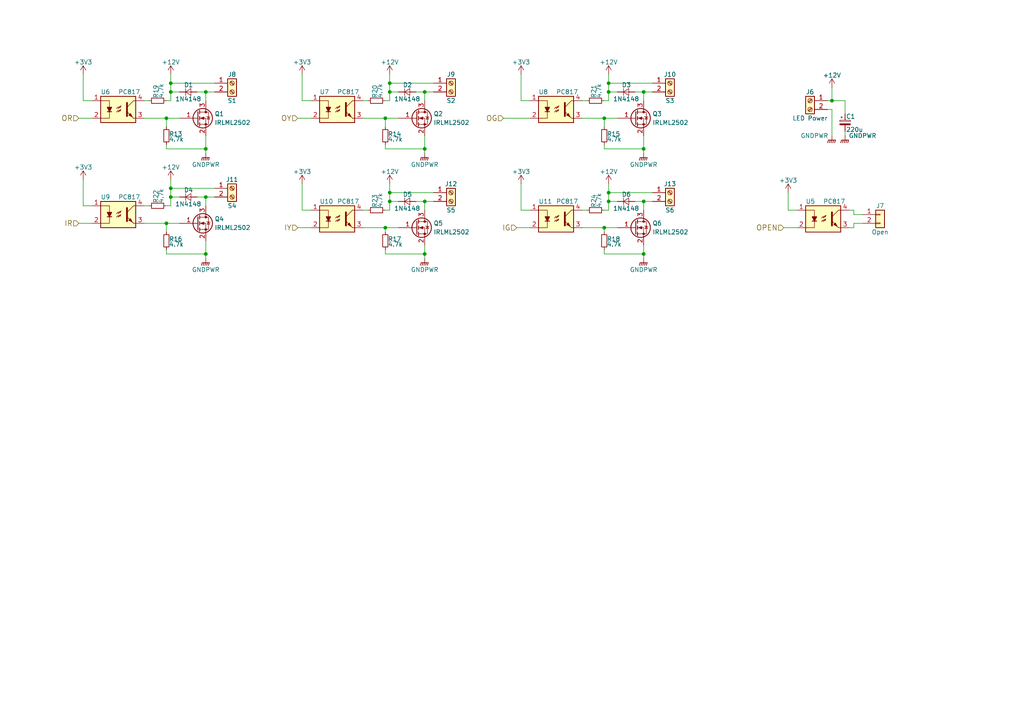
<source format=kicad_sch>
(kicad_sch (version 20230121) (generator eeschema)

  (uuid 99ebfa01-9b30-4a7c-9893-f74df0ac1ba4)

  (paper "A4")

  (lib_symbols
    (symbol "bluepill-rescue:+12V" (power) (pin_names (offset 0)) (in_bom yes) (on_board yes)
      (property "Reference" "#PWR" (at 0 -3.81 0)
        (effects (font (size 1.27 1.27)) hide)
      )
      (property "Value" "+12V" (at 0 3.556 0)
        (effects (font (size 1.27 1.27)))
      )
      (property "Footprint" "" (at 0 0 0)
        (effects (font (size 1.27 1.27)) hide)
      )
      (property "Datasheet" "" (at 0 0 0)
        (effects (font (size 1.27 1.27)) hide)
      )
      (symbol "+12V_0_1"
        (polyline
          (pts
            (xy -0.762 1.27)
            (xy 0 2.54)
          )
          (stroke (width 0) (type solid))
          (fill (type none))
        )
        (polyline
          (pts
            (xy 0 0)
            (xy 0 2.54)
          )
          (stroke (width 0) (type solid))
          (fill (type none))
        )
        (polyline
          (pts
            (xy 0 2.54)
            (xy 0.762 1.27)
          )
          (stroke (width 0) (type solid))
          (fill (type none))
        )
      )
      (symbol "+12V_1_1"
        (pin power_in line (at 0 0 90) (length 0) hide
          (name "+12V" (effects (font (size 1.27 1.27))))
          (number "1" (effects (font (size 1.27 1.27))))
        )
      )
    )
    (symbol "bluepill-rescue:+3.3V" (power) (pin_names (offset 0)) (in_bom yes) (on_board yes)
      (property "Reference" "#PWR" (at 0 -3.81 0)
        (effects (font (size 1.27 1.27)) hide)
      )
      (property "Value" "+3.3V" (at 0 3.556 0)
        (effects (font (size 1.27 1.27)))
      )
      (property "Footprint" "" (at 0 0 0)
        (effects (font (size 1.27 1.27)) hide)
      )
      (property "Datasheet" "" (at 0 0 0)
        (effects (font (size 1.27 1.27)) hide)
      )
      (symbol "+3.3V_0_1"
        (polyline
          (pts
            (xy -0.762 1.27)
            (xy 0 2.54)
          )
          (stroke (width 0) (type solid))
          (fill (type none))
        )
        (polyline
          (pts
            (xy 0 0)
            (xy 0 2.54)
          )
          (stroke (width 0) (type solid))
          (fill (type none))
        )
        (polyline
          (pts
            (xy 0 2.54)
            (xy 0.762 1.27)
          )
          (stroke (width 0) (type solid))
          (fill (type none))
        )
      )
      (symbol "+3.3V_1_1"
        (pin power_in line (at 0 0 90) (length 0) hide
          (name "+3V3" (effects (font (size 1.27 1.27))))
          (number "1" (effects (font (size 1.27 1.27))))
        )
      )
    )
    (symbol "bluepill-rescue:CP_Small" (pin_numbers hide) (pin_names (offset 0.254) hide) (in_bom yes) (on_board yes)
      (property "Reference" "C" (at 0.254 1.778 0)
        (effects (font (size 1.27 1.27)) (justify left))
      )
      (property "Value" "CP_Small" (at 0.254 -2.032 0)
        (effects (font (size 1.27 1.27)) (justify left))
      )
      (property "Footprint" "" (at 0 0 0)
        (effects (font (size 1.27 1.27)) hide)
      )
      (property "Datasheet" "" (at 0 0 0)
        (effects (font (size 1.27 1.27)) hide)
      )
      (property "ki_fp_filters" "CP_*" (at 0 0 0)
        (effects (font (size 1.27 1.27)) hide)
      )
      (symbol "CP_Small_0_1"
        (rectangle (start -1.524 -0.3048) (end 1.524 -0.6858)
          (stroke (width 0) (type solid))
          (fill (type outline))
        )
        (rectangle (start -1.524 0.6858) (end 1.524 0.3048)
          (stroke (width 0) (type solid))
          (fill (type none))
        )
        (polyline
          (pts
            (xy -1.27 1.524)
            (xy -0.762 1.524)
          )
          (stroke (width 0) (type solid))
          (fill (type none))
        )
        (polyline
          (pts
            (xy -1.016 1.27)
            (xy -1.016 1.778)
          )
          (stroke (width 0) (type solid))
          (fill (type none))
        )
      )
      (symbol "CP_Small_1_1"
        (pin passive line (at 0 2.54 270) (length 1.8542)
          (name "~" (effects (font (size 1.27 1.27))))
          (number "1" (effects (font (size 1.27 1.27))))
        )
        (pin passive line (at 0 -2.54 90) (length 1.8542)
          (name "~" (effects (font (size 1.27 1.27))))
          (number "2" (effects (font (size 1.27 1.27))))
        )
      )
    )
    (symbol "bluepill-rescue:Conn_01x02" (pin_names (offset 1.016) hide) (in_bom yes) (on_board yes)
      (property "Reference" "J" (at 0 2.54 0)
        (effects (font (size 1.27 1.27)))
      )
      (property "Value" "Conn_01x02" (at 0 -5.08 0)
        (effects (font (size 1.27 1.27)))
      )
      (property "Footprint" "" (at 0 0 0)
        (effects (font (size 1.27 1.27)) hide)
      )
      (property "Datasheet" "" (at 0 0 0)
        (effects (font (size 1.27 1.27)) hide)
      )
      (property "ki_fp_filters" "Connector*:*_??x*mm* Connector*:*1x??x*mm* Pin?Header?Straight?1X* Pin?Header?Angled?1X* Socket?Strip?Straight?1X* Socket?Strip?Angled?1X*" (at 0 0 0)
        (effects (font (size 1.27 1.27)) hide)
      )
      (symbol "Conn_01x02_1_1"
        (rectangle (start -1.27 -2.413) (end 0 -2.667)
          (stroke (width 0.1524) (type solid))
          (fill (type none))
        )
        (rectangle (start -1.27 0.127) (end 0 -0.127)
          (stroke (width 0.1524) (type solid))
          (fill (type none))
        )
        (rectangle (start -1.27 1.27) (end 1.27 -3.81)
          (stroke (width 0.254) (type solid))
          (fill (type background))
        )
        (pin passive line (at -5.08 0 0) (length 3.81)
          (name "Pin_1" (effects (font (size 1.27 1.27))))
          (number "1" (effects (font (size 1.27 1.27))))
        )
        (pin passive line (at -5.08 -2.54 0) (length 3.81)
          (name "Pin_2" (effects (font (size 1.27 1.27))))
          (number "2" (effects (font (size 1.27 1.27))))
        )
      )
    )
    (symbol "bluepill-rescue:D_Small" (pin_numbers hide) (pin_names (offset 0.254) hide) (in_bom yes) (on_board yes)
      (property "Reference" "D" (at -1.27 2.032 0)
        (effects (font (size 1.27 1.27)) (justify left))
      )
      (property "Value" "D_Small" (at -3.81 -2.032 0)
        (effects (font (size 1.27 1.27)) (justify left))
      )
      (property "Footprint" "" (at 0 0 90)
        (effects (font (size 1.27 1.27)) hide)
      )
      (property "Datasheet" "" (at 0 0 90)
        (effects (font (size 1.27 1.27)) hide)
      )
      (property "ki_fp_filters" "TO-???* *SingleDiode *_Diode_* *SingleDiode* D_*" (at 0 0 0)
        (effects (font (size 1.27 1.27)) hide)
      )
      (symbol "D_Small_0_1"
        (polyline
          (pts
            (xy -0.762 -1.016)
            (xy -0.762 1.016)
          )
          (stroke (width 0) (type solid))
          (fill (type none))
        )
        (polyline
          (pts
            (xy -0.762 0)
            (xy 0.762 0)
          )
          (stroke (width 0) (type solid))
          (fill (type none))
        )
        (polyline
          (pts
            (xy 0.762 -1.016)
            (xy -0.762 0)
            (xy 0.762 1.016)
            (xy 0.762 -1.016)
          )
          (stroke (width 0) (type solid))
          (fill (type none))
        )
      )
      (symbol "D_Small_1_1"
        (pin passive line (at -2.54 0 0) (length 1.778)
          (name "K" (effects (font (size 1.27 1.27))))
          (number "1" (effects (font (size 1.27 1.27))))
        )
        (pin passive line (at 2.54 0 180) (length 1.778)
          (name "A" (effects (font (size 1.27 1.27))))
          (number "2" (effects (font (size 1.27 1.27))))
        )
      )
    )
    (symbol "bluepill-rescue:GNDPWR" (power) (pin_names (offset 0)) (in_bom yes) (on_board yes)
      (property "Reference" "#PWR" (at 0 -5.08 0)
        (effects (font (size 1.27 1.27)) hide)
      )
      (property "Value" "GNDPWR" (at 0 -3.302 0)
        (effects (font (size 1.27 1.27)))
      )
      (property "Footprint" "" (at 0 -1.27 0)
        (effects (font (size 1.27 1.27)) hide)
      )
      (property "Datasheet" "" (at 0 -1.27 0)
        (effects (font (size 1.27 1.27)) hide)
      )
      (symbol "GNDPWR_0_1"
        (polyline
          (pts
            (xy 0 -1.27)
            (xy 0 0)
          )
          (stroke (width 0) (type solid))
          (fill (type none))
        )
        (polyline
          (pts
            (xy -1.016 -1.27)
            (xy -1.27 -2.032)
            (xy -1.27 -2.032)
          )
          (stroke (width 0.2032) (type solid))
          (fill (type none))
        )
        (polyline
          (pts
            (xy -0.508 -1.27)
            (xy -0.762 -2.032)
            (xy -0.762 -2.032)
          )
          (stroke (width 0.2032) (type solid))
          (fill (type none))
        )
        (polyline
          (pts
            (xy 0 -1.27)
            (xy -0.254 -2.032)
            (xy -0.254 -2.032)
          )
          (stroke (width 0.2032) (type solid))
          (fill (type none))
        )
        (polyline
          (pts
            (xy 0.508 -1.27)
            (xy 0.254 -2.032)
            (xy 0.254 -2.032)
          )
          (stroke (width 0.2032) (type solid))
          (fill (type none))
        )
        (polyline
          (pts
            (xy 1.016 -1.27)
            (xy -1.016 -1.27)
            (xy -1.016 -1.27)
          )
          (stroke (width 0.2032) (type solid))
          (fill (type none))
        )
        (polyline
          (pts
            (xy 1.016 -1.27)
            (xy 0.762 -2.032)
            (xy 0.762 -2.032)
            (xy 0.762 -2.032)
          )
          (stroke (width 0.2032) (type solid))
          (fill (type none))
        )
      )
      (symbol "GNDPWR_1_1"
        (pin power_in line (at 0 0 90) (length 0) hide
          (name "GNDPWR" (effects (font (size 1.27 1.27))))
          (number "1" (effects (font (size 1.27 1.27))))
        )
      )
    )
    (symbol "bluepill-rescue:PC817" (pin_names (offset 1.016)) (in_bom yes) (on_board yes)
      (property "Reference" "U" (at -5.08 5.08 0)
        (effects (font (size 1.27 1.27)) (justify left))
      )
      (property "Value" "PC817" (at 0 5.08 0)
        (effects (font (size 1.27 1.27)) (justify left))
      )
      (property "Footprint" "Housings_DIP:DIP-4_W7.62mm" (at -5.08 -5.08 0)
        (effects (font (size 1.27 1.27) italic) (justify left) hide)
      )
      (property "Datasheet" "" (at 0 0 0)
        (effects (font (size 1.27 1.27)) (justify left) hide)
      )
      (property "ki_fp_filters" "DIP*W7.62mm*" (at 0 0 0)
        (effects (font (size 1.27 1.27)) hide)
      )
      (symbol "PC817_0_1"
        (rectangle (start -5.08 3.81) (end 5.08 -3.81)
          (stroke (width 0.254) (type solid))
          (fill (type background))
        )
        (polyline
          (pts
            (xy -3.175 -0.635)
            (xy -1.905 -0.635)
          )
          (stroke (width 0.254) (type solid))
          (fill (type none))
        )
        (polyline
          (pts
            (xy 2.54 0.635)
            (xy 4.445 2.54)
          )
          (stroke (width 0) (type solid))
          (fill (type none))
        )
        (polyline
          (pts
            (xy 4.445 -2.54)
            (xy 2.54 -0.635)
          )
          (stroke (width 0) (type solid))
          (fill (type outline))
        )
        (polyline
          (pts
            (xy 4.445 -2.54)
            (xy 5.08 -2.54)
          )
          (stroke (width 0) (type solid))
          (fill (type none))
        )
        (polyline
          (pts
            (xy 4.445 2.54)
            (xy 5.08 2.54)
          )
          (stroke (width 0) (type solid))
          (fill (type none))
        )
        (polyline
          (pts
            (xy -5.08 2.54)
            (xy -2.54 2.54)
            (xy -2.54 0.635)
          )
          (stroke (width 0) (type solid))
          (fill (type none))
        )
        (polyline
          (pts
            (xy -2.54 -0.635)
            (xy -2.54 -2.54)
            (xy -5.08 -2.54)
          )
          (stroke (width 0) (type solid))
          (fill (type none))
        )
        (polyline
          (pts
            (xy 2.54 1.905)
            (xy 2.54 -1.905)
            (xy 2.54 -1.905)
          )
          (stroke (width 0.508) (type solid))
          (fill (type none))
        )
        (polyline
          (pts
            (xy -2.54 -0.635)
            (xy -3.175 0.635)
            (xy -1.905 0.635)
            (xy -2.54 -0.635)
          )
          (stroke (width 0.254) (type solid))
          (fill (type outline))
        )
        (polyline
          (pts
            (xy -0.508 0.254)
            (xy 0.0254 0.762)
            (xy 0.0254 0.254)
            (xy 0.7874 1.016)
          )
          (stroke (width 0) (type solid))
          (fill (type none))
        )
        (polyline
          (pts
            (xy 0.7874 1.016)
            (xy 0.2794 0.762)
            (xy 0.5334 0.508)
            (xy 0.7874 1.016)
          )
          (stroke (width 0) (type solid))
          (fill (type none))
        )
        (polyline
          (pts
            (xy 3.048 -1.651)
            (xy 3.556 -1.143)
            (xy 4.064 -2.159)
            (xy 3.048 -1.651)
            (xy 3.048 -1.651)
          )
          (stroke (width 0) (type solid))
          (fill (type outline))
        )
        (polyline
          (pts
            (xy -0.508 -0.762)
            (xy 0.0254 -0.254)
            (xy 0.0254 -0.762)
            (xy 0.7874 0)
            (xy 0.2794 -0.254)
            (xy 0.5334 -0.508)
            (xy 0.7874 0)
          )
          (stroke (width 0) (type solid))
          (fill (type none))
        )
      )
      (symbol "PC817_1_1"
        (pin passive line (at -7.62 2.54 0) (length 2.54)
          (name "~" (effects (font (size 1.27 1.27))))
          (number "1" (effects (font (size 1.27 1.27))))
        )
        (pin passive line (at -7.62 -2.54 0) (length 2.54)
          (name "~" (effects (font (size 1.27 1.27))))
          (number "2" (effects (font (size 1.27 1.27))))
        )
        (pin passive line (at 7.62 -2.54 180) (length 2.54)
          (name "~" (effects (font (size 1.27 1.27))))
          (number "3" (effects (font (size 1.27 1.27))))
        )
        (pin passive line (at 7.62 2.54 180) (length 2.54)
          (name "~" (effects (font (size 1.27 1.27))))
          (number "4" (effects (font (size 1.27 1.27))))
        )
      )
    )
    (symbol "bluepill-rescue:Q_NMOS_GSD" (pin_names (offset 0) hide) (in_bom yes) (on_board yes)
      (property "Reference" "Q" (at 5.08 1.27 0)
        (effects (font (size 1.27 1.27)) (justify left))
      )
      (property "Value" "Q_NMOS_GSD" (at 5.08 -1.27 0)
        (effects (font (size 1.27 1.27)) (justify left))
      )
      (property "Footprint" "" (at 5.08 2.54 0)
        (effects (font (size 1.27 1.27)) hide)
      )
      (property "Datasheet" "" (at 0 0 0)
        (effects (font (size 1.27 1.27)) hide)
      )
      (symbol "Q_NMOS_GSD_0_1"
        (polyline
          (pts
            (xy 0.762 -1.778)
            (xy 2.54 -1.778)
          )
          (stroke (width 0) (type solid))
          (fill (type none))
        )
        (polyline
          (pts
            (xy 0.762 -1.27)
            (xy 0.762 -2.286)
          )
          (stroke (width 0.254) (type solid))
          (fill (type none))
        )
        (polyline
          (pts
            (xy 0.762 0)
            (xy 2.54 0)
          )
          (stroke (width 0) (type solid))
          (fill (type none))
        )
        (polyline
          (pts
            (xy 0.762 0.508)
            (xy 0.762 -0.508)
          )
          (stroke (width 0.254) (type solid))
          (fill (type none))
        )
        (polyline
          (pts
            (xy 0.762 1.778)
            (xy 2.54 1.778)
          )
          (stroke (width 0) (type solid))
          (fill (type none))
        )
        (polyline
          (pts
            (xy 0.762 2.286)
            (xy 0.762 1.27)
          )
          (stroke (width 0.254) (type solid))
          (fill (type none))
        )
        (polyline
          (pts
            (xy 2.54 -1.778)
            (xy 2.54 -2.54)
          )
          (stroke (width 0) (type solid))
          (fill (type none))
        )
        (polyline
          (pts
            (xy 2.54 -1.778)
            (xy 2.54 0)
          )
          (stroke (width 0) (type solid))
          (fill (type none))
        )
        (polyline
          (pts
            (xy 2.54 2.54)
            (xy 2.54 1.778)
          )
          (stroke (width 0) (type solid))
          (fill (type none))
        )
        (polyline
          (pts
            (xy 0.254 1.905)
            (xy 0.254 -1.905)
            (xy 0.254 -1.905)
          )
          (stroke (width 0.254) (type solid))
          (fill (type none))
        )
        (polyline
          (pts
            (xy 1.016 0)
            (xy 2.032 0.381)
            (xy 2.032 -0.381)
            (xy 1.016 0)
          )
          (stroke (width 0) (type solid))
          (fill (type outline))
        )
        (polyline
          (pts
            (xy 2.54 -1.778)
            (xy 3.302 -1.778)
            (xy 3.302 1.778)
            (xy 2.54 1.778)
          )
          (stroke (width 0) (type solid))
          (fill (type none))
        )
        (polyline
          (pts
            (xy 2.794 0.508)
            (xy 2.921 0.381)
            (xy 3.683 0.381)
            (xy 3.81 0.254)
          )
          (stroke (width 0) (type solid))
          (fill (type none))
        )
        (polyline
          (pts
            (xy 3.302 0.381)
            (xy 2.921 -0.254)
            (xy 3.683 -0.254)
            (xy 3.302 0.381)
          )
          (stroke (width 0) (type solid))
          (fill (type none))
        )
        (circle (center 1.651 0) (radius 2.8194)
          (stroke (width 0.254) (type solid))
          (fill (type none))
        )
        (circle (center 2.54 -1.778) (radius 0.2794)
          (stroke (width 0) (type solid))
          (fill (type outline))
        )
        (circle (center 2.54 1.778) (radius 0.2794)
          (stroke (width 0) (type solid))
          (fill (type outline))
        )
      )
      (symbol "Q_NMOS_GSD_1_1"
        (pin input line (at -5.08 0 0) (length 5.334)
          (name "G" (effects (font (size 1.27 1.27))))
          (number "1" (effects (font (size 1.27 1.27))))
        )
        (pin passive line (at 2.54 -5.08 90) (length 2.54)
          (name "S" (effects (font (size 1.27 1.27))))
          (number "2" (effects (font (size 1.27 1.27))))
        )
        (pin passive line (at 2.54 5.08 270) (length 2.54)
          (name "D" (effects (font (size 1.27 1.27))))
          (number "3" (effects (font (size 1.27 1.27))))
        )
      )
    )
    (symbol "bluepill-rescue:R_Small" (pin_numbers hide) (pin_names (offset 0.254) hide) (in_bom yes) (on_board yes)
      (property "Reference" "R" (at 0.762 0.508 0)
        (effects (font (size 1.27 1.27)) (justify left))
      )
      (property "Value" "R_Small" (at 0.762 -1.016 0)
        (effects (font (size 1.27 1.27)) (justify left))
      )
      (property "Footprint" "" (at 0 0 0)
        (effects (font (size 1.27 1.27)) hide)
      )
      (property "Datasheet" "" (at 0 0 0)
        (effects (font (size 1.27 1.27)) hide)
      )
      (property "ki_fp_filters" "R_*" (at 0 0 0)
        (effects (font (size 1.27 1.27)) hide)
      )
      (symbol "R_Small_0_1"
        (rectangle (start -0.762 1.778) (end 0.762 -1.778)
          (stroke (width 0.2032) (type solid))
          (fill (type none))
        )
      )
      (symbol "R_Small_1_1"
        (pin passive line (at 0 2.54 270) (length 0.762)
          (name "~" (effects (font (size 1.27 1.27))))
          (number "1" (effects (font (size 1.27 1.27))))
        )
        (pin passive line (at 0 -2.54 90) (length 0.762)
          (name "~" (effects (font (size 1.27 1.27))))
          (number "2" (effects (font (size 1.27 1.27))))
        )
      )
    )
    (symbol "bluepill-rescue:Screw_Terminal_01x02" (pin_names (offset 1.016) hide) (in_bom yes) (on_board yes)
      (property "Reference" "J" (at 0 2.54 0)
        (effects (font (size 1.27 1.27)))
      )
      (property "Value" "Screw_Terminal_01x02" (at 0 -5.08 0)
        (effects (font (size 1.27 1.27)))
      )
      (property "Footprint" "" (at 0 0 0)
        (effects (font (size 1.27 1.27)) hide)
      )
      (property "Datasheet" "" (at 0 0 0)
        (effects (font (size 1.27 1.27)) hide)
      )
      (property "ki_fp_filters" "Connector*Terminal*Block*:* TerminalBlock*" (at 0 0 0)
        (effects (font (size 1.27 1.27)) hide)
      )
      (symbol "Screw_Terminal_01x02_1_1"
        (rectangle (start -1.27 1.27) (end 1.27 -3.81)
          (stroke (width 0.254) (type solid))
          (fill (type background))
        )
        (circle (center 0 -2.54) (radius 0.635)
          (stroke (width 0.1524) (type solid))
          (fill (type none))
        )
        (polyline
          (pts
            (xy -0.5334 -2.2098)
            (xy 0.3302 -3.048)
          )
          (stroke (width 0.1524) (type solid))
          (fill (type none))
        )
        (polyline
          (pts
            (xy -0.5334 0.3302)
            (xy 0.3302 -0.508)
          )
          (stroke (width 0.1524) (type solid))
          (fill (type none))
        )
        (polyline
          (pts
            (xy -0.3556 -2.032)
            (xy 0.508 -2.8702)
          )
          (stroke (width 0.1524) (type solid))
          (fill (type none))
        )
        (polyline
          (pts
            (xy -0.3556 0.508)
            (xy 0.508 -0.3302)
          )
          (stroke (width 0.1524) (type solid))
          (fill (type none))
        )
        (circle (center 0 0) (radius 0.635)
          (stroke (width 0.1524) (type solid))
          (fill (type none))
        )
        (pin passive line (at -5.08 0 0) (length 3.81)
          (name "Pin_1" (effects (font (size 1.27 1.27))))
          (number "1" (effects (font (size 1.27 1.27))))
        )
        (pin passive line (at -5.08 -2.54 0) (length 3.81)
          (name "Pin_2" (effects (font (size 1.27 1.27))))
          (number "2" (effects (font (size 1.27 1.27))))
        )
      )
    )
  )

  (junction (at 186.69 73.66) (diameter 0) (color 0 0 0 0)
    (uuid 01fb7c69-0739-4500-bd2c-61fef7baeed0)
  )
  (junction (at 186.69 58.42) (diameter 0) (color 0 0 0 0)
    (uuid 146bec28-842e-4e86-ae87-825aadc4148b)
  )
  (junction (at 123.19 26.67) (diameter 0) (color 0 0 0 0)
    (uuid 17a0da70-74e9-4307-85a3-49f53b316eaa)
  )
  (junction (at 176.53 58.42) (diameter 0) (color 0 0 0 0)
    (uuid 188cdd63-a237-4200-be8c-5addb2908318)
  )
  (junction (at 113.03 24.13) (diameter 0) (color 0 0 0 0)
    (uuid 22aa329b-d42e-4d53-a3fb-6e90a03b6f6f)
  )
  (junction (at 123.19 43.18) (diameter 0) (color 0 0 0 0)
    (uuid 27314ab4-9275-48b0-bb32-de6b2a71eec3)
  )
  (junction (at 49.53 24.13) (diameter 0) (color 0 0 0 0)
    (uuid 3ff630ed-ff29-45e9-aa50-b73b0e523ea3)
  )
  (junction (at 49.53 54.61) (diameter 0) (color 0 0 0 0)
    (uuid 44e09dc9-7f9e-41b0-8b28-d4b3957f117e)
  )
  (junction (at 111.76 66.04) (diameter 0) (color 0 0 0 0)
    (uuid 4718a760-6ef4-4e6a-b6b4-4c310cff3e8b)
  )
  (junction (at 186.69 26.67) (diameter 0) (color 0 0 0 0)
    (uuid 49763faa-5a31-4885-ae1f-262069d800d5)
  )
  (junction (at 123.19 58.42) (diameter 0) (color 0 0 0 0)
    (uuid 4d9975c1-376f-477a-a14c-4f2a1bda6d19)
  )
  (junction (at 48.26 34.29) (diameter 0) (color 0 0 0 0)
    (uuid 52177c4f-4636-44f9-a22b-5e9da605679c)
  )
  (junction (at 111.76 34.29) (diameter 0) (color 0 0 0 0)
    (uuid 6d41aa75-35a0-4ded-93fa-5de493897f1b)
  )
  (junction (at 59.69 26.67) (diameter 0) (color 0 0 0 0)
    (uuid 71811bcb-1e18-4da1-baaf-ba3a41bfc1f8)
  )
  (junction (at 113.03 58.42) (diameter 0) (color 0 0 0 0)
    (uuid 78121305-9c99-4c54-98ad-88d60231c2ef)
  )
  (junction (at 113.03 26.67) (diameter 0) (color 0 0 0 0)
    (uuid 823185c8-408b-4580-88b0-ed678c22a9b2)
  )
  (junction (at 59.69 73.66) (diameter 0) (color 0 0 0 0)
    (uuid 84ed3c57-775f-4150-a648-3596f0380514)
  )
  (junction (at 186.69 43.18) (diameter 0) (color 0 0 0 0)
    (uuid 974f3878-ba17-4cf1-84b0-d423272996a6)
  )
  (junction (at 176.53 24.13) (diameter 0) (color 0 0 0 0)
    (uuid 9f4ed459-a63d-4b3c-8353-57e5bcaa7a9c)
  )
  (junction (at 48.26 64.77) (diameter 0) (color 0 0 0 0)
    (uuid a420dc04-d006-4078-8643-a37d698b6baa)
  )
  (junction (at 123.19 73.66) (diameter 0) (color 0 0 0 0)
    (uuid addc42a8-eee6-44e1-89f0-2f5af1ddd0aa)
  )
  (junction (at 176.53 55.88) (diameter 0) (color 0 0 0 0)
    (uuid b56ca3be-42b7-48fb-85bc-62ebf999ecd4)
  )
  (junction (at 175.26 34.29) (diameter 0) (color 0 0 0 0)
    (uuid b58601ce-ac98-4aef-b55a-f9be5a6fa912)
  )
  (junction (at 175.26 66.04) (diameter 0) (color 0 0 0 0)
    (uuid b9a4f33f-67fa-40d1-bcfa-d870a7a76396)
  )
  (junction (at 49.53 26.67) (diameter 0) (color 0 0 0 0)
    (uuid cf88a92a-5b11-45de-bcec-33bb5e880306)
  )
  (junction (at 241.3 29.21) (diameter 0) (color 0 0 0 0)
    (uuid d57ad60d-42c9-42b9-bf34-c99cddce197c)
  )
  (junction (at 59.69 43.18) (diameter 0) (color 0 0 0 0)
    (uuid d5f9bfff-bd98-4328-a2e9-d0dc68be31b1)
  )
  (junction (at 113.03 55.88) (diameter 0) (color 0 0 0 0)
    (uuid db9f7136-ffbe-4d3a-8d35-049bada0f32a)
  )
  (junction (at 59.69 57.15) (diameter 0) (color 0 0 0 0)
    (uuid e31a72f4-c761-4c5c-9368-29f85575cefb)
  )
  (junction (at 176.53 26.67) (diameter 0) (color 0 0 0 0)
    (uuid e5145407-da12-486a-a280-b4ff4d883249)
  )
  (junction (at 49.53 57.15) (diameter 0) (color 0 0 0 0)
    (uuid fcb5f694-cea9-41d7-9fc8-0a610e3907fe)
  )

  (wire (pts (xy 113.03 26.67) (xy 115.57 26.67))
    (stroke (width 0) (type default))
    (uuid 015ff94a-6081-4185-84c0-3709834afd88)
  )
  (wire (pts (xy 186.69 58.42) (xy 186.69 60.96))
    (stroke (width 0) (type default))
    (uuid 02a053ca-17b9-4791-86e0-2a3610101e8b)
  )
  (wire (pts (xy 22.86 64.77) (xy 26.67 64.77))
    (stroke (width 0) (type default))
    (uuid 032c753a-4fd8-4fc6-a8be-2bc6e205d1d6)
  )
  (wire (pts (xy 245.11 39.37) (xy 245.11 38.1))
    (stroke (width 0) (type default))
    (uuid 051e2507-ab6c-4c52-bebc-e11d8523e4f1)
  )
  (wire (pts (xy 111.76 73.66) (xy 123.19 73.66))
    (stroke (width 0) (type default))
    (uuid 06ee4911-3a63-4af8-afde-9c93669e95a0)
  )
  (wire (pts (xy 41.91 64.77) (xy 48.26 64.77))
    (stroke (width 0) (type default))
    (uuid 0af61a85-5d83-4e84-881c-76f6721dcee2)
  )
  (wire (pts (xy 175.26 73.66) (xy 186.69 73.66))
    (stroke (width 0) (type default))
    (uuid 0b85dfc9-f3c8-4a63-80b1-190c505780ba)
  )
  (wire (pts (xy 227.33 66.04) (xy 231.14 66.04))
    (stroke (width 0) (type default))
    (uuid 0baadf14-d97e-4eee-8586-b3ee89b52a05)
  )
  (wire (pts (xy 113.03 55.88) (xy 113.03 58.42))
    (stroke (width 0) (type default))
    (uuid 0d2eb4dd-7704-4307-bf18-fa6ac9fc021a)
  )
  (wire (pts (xy 22.86 34.29) (xy 26.67 34.29))
    (stroke (width 0) (type default))
    (uuid 0da56b7d-3699-498f-9402-c162d2fc6617)
  )
  (wire (pts (xy 57.15 26.67) (xy 59.69 26.67))
    (stroke (width 0) (type default))
    (uuid 0dc7f038-463f-4f58-b036-9bd54264d748)
  )
  (wire (pts (xy 111.76 43.18) (xy 123.19 43.18))
    (stroke (width 0) (type default))
    (uuid 0e604f09-b6d7-4b87-a499-5fd1a95782ed)
  )
  (wire (pts (xy 49.53 21.59) (xy 49.53 24.13))
    (stroke (width 0) (type default))
    (uuid 0eb48807-b40a-4668-b75b-7fad4db01b8a)
  )
  (wire (pts (xy 123.19 26.67) (xy 125.73 26.67))
    (stroke (width 0) (type default))
    (uuid 0f7acbbc-822e-40d8-9f15-3d2db0068221)
  )
  (wire (pts (xy 26.67 29.21) (xy 24.13 29.21))
    (stroke (width 0) (type default))
    (uuid 0f867f5a-ff81-40f6-a6c1-de9bc225c3fb)
  )
  (wire (pts (xy 151.13 60.96) (xy 153.67 60.96))
    (stroke (width 0) (type default))
    (uuid 11bbdb12-9a29-424c-a433-42d857239052)
  )
  (wire (pts (xy 113.03 53.34) (xy 113.03 55.88))
    (stroke (width 0) (type default))
    (uuid 126d048a-15d1-407c-b8d8-9dd0ae2e714b)
  )
  (wire (pts (xy 49.53 24.13) (xy 49.53 26.67))
    (stroke (width 0) (type default))
    (uuid 14c267e1-7a19-4eb4-994b-67e2a6244766)
  )
  (wire (pts (xy 186.69 29.21) (xy 186.69 26.67))
    (stroke (width 0) (type default))
    (uuid 15948044-07cd-41a2-835d-f4353fb4acd9)
  )
  (wire (pts (xy 146.05 34.29) (xy 153.67 34.29))
    (stroke (width 0) (type default))
    (uuid 18046a5c-4ec8-40d2-89e8-fe0e2f8ad570)
  )
  (wire (pts (xy 113.03 55.88) (xy 125.73 55.88))
    (stroke (width 0) (type default))
    (uuid 1ab9f4d2-0979-4d3c-b6c6-d5be8ed03e56)
  )
  (wire (pts (xy 123.19 43.18) (xy 123.19 44.45))
    (stroke (width 0) (type default))
    (uuid 1b9916b7-a1a2-4f37-b18c-22e9f29553bd)
  )
  (wire (pts (xy 49.53 26.67) (xy 52.07 26.67))
    (stroke (width 0) (type default))
    (uuid 1f501476-b775-472f-bb38-c5958a626f77)
  )
  (wire (pts (xy 57.15 57.15) (xy 59.69 57.15))
    (stroke (width 0) (type default))
    (uuid 1fa821a9-0302-4579-b135-38fdc4101a77)
  )
  (wire (pts (xy 247.65 64.77) (xy 250.19 64.77))
    (stroke (width 0) (type default))
    (uuid 2018a9c7-767f-424f-bce7-23d5476ddf59)
  )
  (wire (pts (xy 186.69 43.18) (xy 186.69 44.45))
    (stroke (width 0) (type default))
    (uuid 2239a030-060c-4ba5-ba10-a64875b0053c)
  )
  (wire (pts (xy 176.53 60.96) (xy 175.26 60.96))
    (stroke (width 0) (type default))
    (uuid 22f83d34-e2c8-479d-9b2d-a18b1431356c)
  )
  (wire (pts (xy 87.63 29.21) (xy 87.63 21.59))
    (stroke (width 0) (type default))
    (uuid 230894f1-07fc-4c1e-8be0-f4d2ac7d79f8)
  )
  (wire (pts (xy 59.69 26.67) (xy 59.69 29.21))
    (stroke (width 0) (type default))
    (uuid 26ba7c20-d563-4781-bcf7-f85f421b7060)
  )
  (wire (pts (xy 105.41 29.21) (xy 106.68 29.21))
    (stroke (width 0) (type default))
    (uuid 2a25e60f-517a-48ed-8b63-edac9c423335)
  )
  (wire (pts (xy 24.13 59.69) (xy 24.13 52.07))
    (stroke (width 0) (type default))
    (uuid 2b1aee86-3564-46ee-97bc-e16502aed88a)
  )
  (wire (pts (xy 175.26 34.29) (xy 179.07 34.29))
    (stroke (width 0) (type default))
    (uuid 3197e31f-997e-4069-a6ba-6d360b48d2f8)
  )
  (wire (pts (xy 86.36 66.04) (xy 90.17 66.04))
    (stroke (width 0) (type default))
    (uuid 32bafa92-6d5a-466e-b0c4-d7694177cc74)
  )
  (wire (pts (xy 175.26 36.83) (xy 175.26 34.29))
    (stroke (width 0) (type default))
    (uuid 3316c859-60d4-40f5-837c-0ad440e349af)
  )
  (wire (pts (xy 115.57 58.42) (xy 113.03 58.42))
    (stroke (width 0) (type default))
    (uuid 342c8dd6-f845-49d5-a019-2f043a4e83f4)
  )
  (wire (pts (xy 105.41 66.04) (xy 111.76 66.04))
    (stroke (width 0) (type default))
    (uuid 350c9ce1-2244-4719-ac8b-ba5d20ada01d)
  )
  (wire (pts (xy 123.19 58.42) (xy 125.73 58.42))
    (stroke (width 0) (type default))
    (uuid 363f8227-58cc-4c94-974e-f5d901e5f412)
  )
  (wire (pts (xy 111.76 67.31) (xy 111.76 66.04))
    (stroke (width 0) (type default))
    (uuid 3b6cf375-515b-40e6-9a0b-87baa3277402)
  )
  (wire (pts (xy 111.76 34.29) (xy 115.57 34.29))
    (stroke (width 0) (type default))
    (uuid 3b90292f-9fb7-47bd-863a-cc358758e783)
  )
  (wire (pts (xy 184.15 58.42) (xy 186.69 58.42))
    (stroke (width 0) (type default))
    (uuid 418d1fb6-50d0-43a9-bbdd-133530471be6)
  )
  (wire (pts (xy 49.53 54.61) (xy 49.53 57.15))
    (stroke (width 0) (type default))
    (uuid 41ca4ef3-36fd-4c40-b9fc-761011b50e59)
  )
  (wire (pts (xy 153.67 29.21) (xy 151.13 29.21))
    (stroke (width 0) (type default))
    (uuid 428fbe92-f3f4-4670-ac88-4a9fcdda1551)
  )
  (wire (pts (xy 168.91 34.29) (xy 175.26 34.29))
    (stroke (width 0) (type default))
    (uuid 455a6219-6e29-4994-8bcb-df4607f08d9b)
  )
  (wire (pts (xy 49.53 24.13) (xy 62.23 24.13))
    (stroke (width 0) (type default))
    (uuid 47433483-ea3c-4768-af6f-e2d5094b40e7)
  )
  (wire (pts (xy 240.03 29.21) (xy 241.3 29.21))
    (stroke (width 0) (type default))
    (uuid 4940b034-9f90-4a7d-84d5-37d47182af5e)
  )
  (wire (pts (xy 113.03 24.13) (xy 113.03 26.67))
    (stroke (width 0) (type default))
    (uuid 49b3e9dc-183c-42fc-8f28-3c362714dc0e)
  )
  (wire (pts (xy 48.26 36.83) (xy 48.26 34.29))
    (stroke (width 0) (type default))
    (uuid 4aa12343-a95f-42ae-87ec-ceda1f5cbf7d)
  )
  (wire (pts (xy 48.26 73.66) (xy 59.69 73.66))
    (stroke (width 0) (type default))
    (uuid 4c57d6e7-d57f-4fff-8074-cf5df84642bc)
  )
  (wire (pts (xy 113.03 21.59) (xy 113.03 24.13))
    (stroke (width 0) (type default))
    (uuid 51334a4e-c894-469d-b177-79e199331b99)
  )
  (wire (pts (xy 151.13 53.34) (xy 151.13 60.96))
    (stroke (width 0) (type default))
    (uuid 51b618bb-a53b-4cb8-8ca0-b1db4ccf2078)
  )
  (wire (pts (xy 123.19 73.66) (xy 123.19 74.93))
    (stroke (width 0) (type default))
    (uuid 593b9784-2873-4213-9fed-e6eb27d68ac0)
  )
  (wire (pts (xy 175.26 43.18) (xy 175.26 41.91))
    (stroke (width 0) (type default))
    (uuid 5a5e5604-c307-40b2-9b26-807c26f775c2)
  )
  (wire (pts (xy 52.07 57.15) (xy 49.53 57.15))
    (stroke (width 0) (type default))
    (uuid 5cc01dfe-31c8-4ea1-8b45-859e87259a29)
  )
  (wire (pts (xy 59.69 69.85) (xy 59.69 73.66))
    (stroke (width 0) (type default))
    (uuid 5f929806-1bdf-4c49-8e32-99a7af558f6a)
  )
  (wire (pts (xy 176.53 53.34) (xy 176.53 55.88))
    (stroke (width 0) (type default))
    (uuid 619e8ed8-015e-4be6-aba0-355fb9994a96)
  )
  (wire (pts (xy 113.03 26.67) (xy 113.03 29.21))
    (stroke (width 0) (type default))
    (uuid 61dbdcb4-fc2a-4f8b-bbc7-c98b12b0d590)
  )
  (wire (pts (xy 186.69 39.37) (xy 186.69 43.18))
    (stroke (width 0) (type default))
    (uuid 63a7ff69-5710-422f-9845-96e5e127db7a)
  )
  (wire (pts (xy 113.03 29.21) (xy 111.76 29.21))
    (stroke (width 0) (type default))
    (uuid 63ce318d-5307-45fd-ac3c-0affb46c6039)
  )
  (wire (pts (xy 168.91 60.96) (xy 170.18 60.96))
    (stroke (width 0) (type default))
    (uuid 63d983a1-eb68-4b2b-8858-f9f327cda2b7)
  )
  (wire (pts (xy 176.53 24.13) (xy 176.53 26.67))
    (stroke (width 0) (type default))
    (uuid 68586ac8-4467-41f7-b72d-1a52a4403388)
  )
  (wire (pts (xy 123.19 60.96) (xy 123.19 58.42))
    (stroke (width 0) (type default))
    (uuid 68cf723b-30a5-4a8c-a489-b688b64d6e58)
  )
  (wire (pts (xy 90.17 29.21) (xy 87.63 29.21))
    (stroke (width 0) (type default))
    (uuid 6d1b7e3a-d768-4748-a75e-752907d6f17a)
  )
  (wire (pts (xy 49.53 57.15) (xy 49.53 59.69))
    (stroke (width 0) (type default))
    (uuid 6ef821a1-a0f1-4abb-8d84-1b9128eb913e)
  )
  (wire (pts (xy 186.69 26.67) (xy 189.23 26.67))
    (stroke (width 0) (type default))
    (uuid 70b73c1a-54e5-413d-ba2b-a794ff9be90d)
  )
  (wire (pts (xy 59.69 39.37) (xy 59.69 43.18))
    (stroke (width 0) (type default))
    (uuid 74c0ef3a-62f2-4b42-a4cf-64e1c41c895d)
  )
  (wire (pts (xy 86.36 34.29) (xy 90.17 34.29))
    (stroke (width 0) (type default))
    (uuid 756483ee-a8bb-4830-a91e-dcfe6bc234ff)
  )
  (wire (pts (xy 186.69 58.42) (xy 189.23 58.42))
    (stroke (width 0) (type default))
    (uuid 764895a5-c620-4ac2-8eb5-b43e2867c03a)
  )
  (wire (pts (xy 149.86 66.04) (xy 153.67 66.04))
    (stroke (width 0) (type default))
    (uuid 76fe2665-d910-4e2d-a51a-79f5a8fa364f)
  )
  (wire (pts (xy 247.65 66.04) (xy 247.65 64.77))
    (stroke (width 0) (type default))
    (uuid 79d0a336-ee12-4ddf-b31f-fa0e7538b0f8)
  )
  (wire (pts (xy 245.11 29.21) (xy 245.11 33.02))
    (stroke (width 0) (type default))
    (uuid 7cb7de58-6297-4776-b8b4-303dc733e14e)
  )
  (wire (pts (xy 48.26 64.77) (xy 52.07 64.77))
    (stroke (width 0) (type default))
    (uuid 7ea537f8-1fd9-4bc9-8c78-90e8d5e52e15)
  )
  (wire (pts (xy 241.3 29.21) (xy 245.11 29.21))
    (stroke (width 0) (type default))
    (uuid 7f249474-b8f4-49e5-8917-57c809152f1a)
  )
  (wire (pts (xy 175.26 43.18) (xy 186.69 43.18))
    (stroke (width 0) (type default))
    (uuid 87cb5441-2e66-4482-ba78-03329f19c0fd)
  )
  (wire (pts (xy 184.15 26.67) (xy 186.69 26.67))
    (stroke (width 0) (type default))
    (uuid 88cf05ec-86e7-426f-bcf8-c153ea40c0b2)
  )
  (wire (pts (xy 49.53 54.61) (xy 62.23 54.61))
    (stroke (width 0) (type default))
    (uuid 8a39c538-667e-4512-92e7-8ee60f0c1828)
  )
  (wire (pts (xy 87.63 60.96) (xy 87.63 53.34))
    (stroke (width 0) (type default))
    (uuid 8ab05bf9-4d1d-4959-bca1-8973b517e5df)
  )
  (wire (pts (xy 24.13 29.21) (xy 24.13 21.59))
    (stroke (width 0) (type default))
    (uuid 8b027059-c247-4c67-8ce8-d331235eb173)
  )
  (wire (pts (xy 111.76 66.04) (xy 115.57 66.04))
    (stroke (width 0) (type default))
    (uuid 8b70c50f-c789-48b0-a6c1-a112463f8032)
  )
  (wire (pts (xy 113.03 58.42) (xy 113.03 60.96))
    (stroke (width 0) (type default))
    (uuid 8fd9cd7b-20fb-4496-afed-d434b0fd2460)
  )
  (wire (pts (xy 41.91 34.29) (xy 48.26 34.29))
    (stroke (width 0) (type default))
    (uuid 92d21156-bf4f-4a7b-9971-92d2b8f6c4d9)
  )
  (wire (pts (xy 247.65 62.23) (xy 250.19 62.23))
    (stroke (width 0) (type default))
    (uuid 9434f2f6-334f-4629-95b4-9aad2e825e8d)
  )
  (wire (pts (xy 186.69 71.12) (xy 186.69 73.66))
    (stroke (width 0) (type default))
    (uuid 97fa8b51-e650-4b9d-a508-fcaf22d1f45f)
  )
  (wire (pts (xy 59.69 57.15) (xy 62.23 57.15))
    (stroke (width 0) (type default))
    (uuid 984d4d1c-6846-4e9d-a15a-db0f9c2f6d95)
  )
  (wire (pts (xy 26.67 59.69) (xy 24.13 59.69))
    (stroke (width 0) (type default))
    (uuid 9e6eb4d8-6b60-4784-b08a-de24b0ae9232)
  )
  (wire (pts (xy 120.65 58.42) (xy 123.19 58.42))
    (stroke (width 0) (type default))
    (uuid 9fbb54f4-9bba-4557-8555-06b0dce4bf08)
  )
  (wire (pts (xy 176.53 55.88) (xy 189.23 55.88))
    (stroke (width 0) (type default))
    (uuid a089e0c5-3f39-48ee-b6b3-2cdd4697609a)
  )
  (wire (pts (xy 151.13 29.21) (xy 151.13 21.59))
    (stroke (width 0) (type default))
    (uuid a0dae0fc-3712-47ef-9558-aaf6c13b2a36)
  )
  (wire (pts (xy 123.19 26.67) (xy 123.19 29.21))
    (stroke (width 0) (type default))
    (uuid a22890da-d1ed-44d0-908a-499f5a4d099c)
  )
  (wire (pts (xy 247.65 60.96) (xy 247.65 62.23))
    (stroke (width 0) (type default))
    (uuid a8585761-6b92-4098-844e-95e8b9569048)
  )
  (wire (pts (xy 241.3 29.21) (xy 241.3 25.4))
    (stroke (width 0) (type default))
    (uuid aa7450ba-b066-4d66-af7e-3dce39c789d6)
  )
  (wire (pts (xy 231.14 60.96) (xy 228.6 60.96))
    (stroke (width 0) (type default))
    (uuid ab235210-4ad9-4009-a267-ee2956f487ff)
  )
  (wire (pts (xy 90.17 60.96) (xy 87.63 60.96))
    (stroke (width 0) (type default))
    (uuid aba09b06-ab0f-4b71-9721-0554801d5853)
  )
  (wire (pts (xy 41.91 59.69) (xy 43.18 59.69))
    (stroke (width 0) (type default))
    (uuid ae96961d-c493-41c3-b556-40640d56b12d)
  )
  (wire (pts (xy 175.26 66.04) (xy 179.07 66.04))
    (stroke (width 0) (type default))
    (uuid af539f4d-f243-44d6-a04f-1362c919a575)
  )
  (wire (pts (xy 241.3 31.75) (xy 241.3 39.37))
    (stroke (width 0) (type default))
    (uuid b119f829-df7e-45cd-b019-b3546f900420)
  )
  (wire (pts (xy 48.26 34.29) (xy 52.07 34.29))
    (stroke (width 0) (type default))
    (uuid b35fd6c0-7682-4026-844f-809f40e9d0d4)
  )
  (wire (pts (xy 113.03 24.13) (xy 125.73 24.13))
    (stroke (width 0) (type default))
    (uuid b4f69f41-d516-4c45-9e59-b770c5e10476)
  )
  (wire (pts (xy 59.69 43.18) (xy 59.69 44.45))
    (stroke (width 0) (type default))
    (uuid b7c9efc0-7f5c-4b69-8a53-207b3c76c496)
  )
  (wire (pts (xy 240.03 31.75) (xy 241.3 31.75))
    (stroke (width 0) (type default))
    (uuid b8baf6da-bb13-4ca6-8286-9f58e303d3fb)
  )
  (wire (pts (xy 246.38 66.04) (xy 247.65 66.04))
    (stroke (width 0) (type default))
    (uuid b95cad0a-6ea1-4ab9-9d80-64c002ce4f5b)
  )
  (wire (pts (xy 123.19 71.12) (xy 123.19 73.66))
    (stroke (width 0) (type default))
    (uuid bbccceb5-29ac-44fb-9153-76a5315dfbf1)
  )
  (wire (pts (xy 48.26 67.31) (xy 48.26 64.77))
    (stroke (width 0) (type default))
    (uuid be934702-d72e-4c2b-aa1a-8c37ea1486a5)
  )
  (wire (pts (xy 175.26 73.66) (xy 175.26 72.39))
    (stroke (width 0) (type default))
    (uuid c1769d6d-3770-4d71-a0b8-2268031a3bd5)
  )
  (wire (pts (xy 176.53 24.13) (xy 189.23 24.13))
    (stroke (width 0) (type default))
    (uuid c27a5281-6680-425b-a6d5-2c0d43d5c6cc)
  )
  (wire (pts (xy 59.69 57.15) (xy 59.69 59.69))
    (stroke (width 0) (type default))
    (uuid c3f42122-cd20-4359-8b02-33f887f71066)
  )
  (wire (pts (xy 168.91 29.21) (xy 170.18 29.21))
    (stroke (width 0) (type default))
    (uuid c5049311-5edf-451f-a6a5-dcc88a556e32)
  )
  (wire (pts (xy 59.69 26.67) (xy 62.23 26.67))
    (stroke (width 0) (type default))
    (uuid c55c6f95-af47-4acc-ba1f-b42fdad38f20)
  )
  (wire (pts (xy 228.6 60.96) (xy 228.6 55.88))
    (stroke (width 0) (type default))
    (uuid c55ea746-8c06-47e2-b2fb-b51bee499f3b)
  )
  (wire (pts (xy 168.91 66.04) (xy 175.26 66.04))
    (stroke (width 0) (type default))
    (uuid c67660d0-dd5b-43b8-9fb0-e85a3584a783)
  )
  (wire (pts (xy 176.53 58.42) (xy 176.53 60.96))
    (stroke (width 0) (type default))
    (uuid cc4168ac-3194-4d7d-a33f-ad7f1fd87692)
  )
  (wire (pts (xy 59.69 73.66) (xy 59.69 74.93))
    (stroke (width 0) (type default))
    (uuid cd155ee5-e08e-4c51-8542-27f342b2fb1f)
  )
  (wire (pts (xy 48.26 73.66) (xy 48.26 72.39))
    (stroke (width 0) (type default))
    (uuid ce12ad1d-35d7-44ca-883d-a6d8fbbc30f1)
  )
  (wire (pts (xy 105.41 34.29) (xy 111.76 34.29))
    (stroke (width 0) (type default))
    (uuid d08ecd2c-fdba-4538-b760-6432a25e70da)
  )
  (wire (pts (xy 111.76 36.83) (xy 111.76 34.29))
    (stroke (width 0) (type default))
    (uuid d4b4b471-f664-4920-b921-9682e996d548)
  )
  (wire (pts (xy 176.53 29.21) (xy 175.26 29.21))
    (stroke (width 0) (type default))
    (uuid d7ae78f6-f9c6-4f64-83b8-73cbb9784e0c)
  )
  (wire (pts (xy 175.26 67.31) (xy 175.26 66.04))
    (stroke (width 0) (type default))
    (uuid da27b112-4be5-421a-8f53-bf27c4fa5e83)
  )
  (wire (pts (xy 48.26 43.18) (xy 59.69 43.18))
    (stroke (width 0) (type default))
    (uuid db317bf4-2edf-4281-b980-afcb745c174d)
  )
  (wire (pts (xy 48.26 43.18) (xy 48.26 41.91))
    (stroke (width 0) (type default))
    (uuid de517f63-ab86-4b2f-8894-fc47a7a90b4e)
  )
  (wire (pts (xy 179.07 26.67) (xy 176.53 26.67))
    (stroke (width 0) (type default))
    (uuid df5b6dff-4f95-4e3f-a9f1-b21fa8214deb)
  )
  (wire (pts (xy 246.38 60.96) (xy 247.65 60.96))
    (stroke (width 0) (type default))
    (uuid e05d8ea5-3920-4ab7-8a41-0c3a0e33a05b)
  )
  (wire (pts (xy 41.91 29.21) (xy 43.18 29.21))
    (stroke (width 0) (type default))
    (uuid e4a91ccf-3650-4f71-9b5d-640746de7be3)
  )
  (wire (pts (xy 49.53 52.07) (xy 49.53 54.61))
    (stroke (width 0) (type default))
    (uuid e50f59dd-2860-4c8a-81c4-0323c81675c7)
  )
  (wire (pts (xy 176.53 58.42) (xy 179.07 58.42))
    (stroke (width 0) (type default))
    (uuid e8f0323c-ad66-4871-b23d-e6710f84f545)
  )
  (wire (pts (xy 120.65 26.67) (xy 123.19 26.67))
    (stroke (width 0) (type default))
    (uuid eb50a251-0f12-44bc-b224-1fb56deac22f)
  )
  (wire (pts (xy 111.76 72.39) (xy 111.76 73.66))
    (stroke (width 0) (type default))
    (uuid eba4e0c1-9963-4f8e-94a1-a1945a4df05e)
  )
  (wire (pts (xy 49.53 26.67) (xy 49.53 29.21))
    (stroke (width 0) (type default))
    (uuid ebe5efbe-63de-4ed1-9409-0dafd791cdc6)
  )
  (wire (pts (xy 176.53 55.88) (xy 176.53 58.42))
    (stroke (width 0) (type default))
    (uuid eee57e45-0721-4535-858d-5c4dad684e8f)
  )
  (wire (pts (xy 49.53 59.69) (xy 48.26 59.69))
    (stroke (width 0) (type default))
    (uuid f11fd02a-2826-4d29-9d31-2787fe10b6b0)
  )
  (wire (pts (xy 113.03 60.96) (xy 111.76 60.96))
    (stroke (width 0) (type default))
    (uuid f19bc931-3334-4f09-8ecc-61cd169b5b06)
  )
  (wire (pts (xy 105.41 60.96) (xy 106.68 60.96))
    (stroke (width 0) (type default))
    (uuid f509b806-a55f-4d74-a8a9-a44b3735ffe6)
  )
  (wire (pts (xy 176.53 21.59) (xy 176.53 24.13))
    (stroke (width 0) (type default))
    (uuid f6f57476-dd2a-4d9c-9bd1-9fd40b86d877)
  )
  (wire (pts (xy 49.53 29.21) (xy 48.26 29.21))
    (stroke (width 0) (type default))
    (uuid f7589552-3240-4a82-9a7d-c17d911702af)
  )
  (wire (pts (xy 176.53 26.67) (xy 176.53 29.21))
    (stroke (width 0) (type default))
    (uuid faa0d958-33d6-4baa-876b-cc1ca0f5dc9b)
  )
  (wire (pts (xy 186.69 73.66) (xy 186.69 74.93))
    (stroke (width 0) (type default))
    (uuid fc6a392b-86cb-4617-85b5-5738052104e1)
  )
  (wire (pts (xy 123.19 39.37) (xy 123.19 43.18))
    (stroke (width 0) (type default))
    (uuid fc6a60a7-ca4c-44e3-bac0-75b83f8f4c91)
  )
  (wire (pts (xy 111.76 43.18) (xy 111.76 41.91))
    (stroke (width 0) (type default))
    (uuid fd8c5c71-af36-460a-90c7-c4b1acf5aee2)
  )

  (hierarchical_label "OR" (shape input) (at 22.86 34.29 180)
    (effects (font (size 1.524 1.524)) (justify right))
    (uuid 294be821-968f-44cf-86bf-2cdd18bcc8d1)
  )
  (hierarchical_label "IR" (shape input) (at 22.86 64.77 180)
    (effects (font (size 1.524 1.524)) (justify right))
    (uuid 45ad1838-a5f4-4f60-8db6-9bc48c2b0917)
  )
  (hierarchical_label "IG" (shape input) (at 149.86 66.04 180)
    (effects (font (size 1.524 1.524)) (justify right))
    (uuid 51468ade-ec39-4e92-80d8-16d1b803baec)
  )
  (hierarchical_label "OG" (shape input) (at 146.05 34.29 180)
    (effects (font (size 1.524 1.524)) (justify right))
    (uuid c08b8355-011e-4bd3-b9b8-ed675e7d6449)
  )
  (hierarchical_label "OPEN" (shape input) (at 227.33 66.04 180)
    (effects (font (size 1.524 1.524)) (justify right))
    (uuid c676bb5f-cdf7-451c-ba50-ed4f67f49db4)
  )
  (hierarchical_label "OY" (shape input) (at 86.36 34.29 180)
    (effects (font (size 1.524 1.524)) (justify right))
    (uuid e7f55fe1-0017-46ca-bc37-a486875eeac7)
  )
  (hierarchical_label "IY" (shape input) (at 86.36 66.04 180)
    (effects (font (size 1.524 1.524)) (justify right))
    (uuid ed6b7669-7f2d-4514-9693-49639e9f9f32)
  )

  (symbol (lib_id "bluepill-rescue:PC817") (at 161.29 63.5 0) (unit 1)
    (in_bom yes) (on_board yes) (dnp no)
    (uuid 00000000-0000-0000-0000-00005a5fb71a)
    (property "Reference" "U11" (at 156.21 58.42 0)
      (effects (font (size 1.27 1.27)) (justify left))
    )
    (property "Value" "PC817" (at 161.29 58.42 0)
      (effects (font (size 1.27 1.27)) (justify left))
    )
    (property "Footprint" "Housings_DIP:DIP-4_W7.62mm" (at 156.21 68.58 0)
      (effects (font (size 1.27 1.27) italic) (justify left) hide)
    )
    (property "Datasheet" "" (at 161.29 63.5 0)
      (effects (font (size 1.27 1.27)) (justify left) hide)
    )
    (pin "1" (uuid dff8b717-7259-4b0e-ba14-c27a953387b9))
    (pin "2" (uuid 1b329ce0-7243-4362-949d-4104bae2ad0d))
    (pin "3" (uuid 698b6173-28a2-44ef-a6bd-4631d3fe4250))
    (pin "4" (uuid 2c730f4e-94d4-4571-bcc9-96c3e871501f))
    (instances
      (project "bluepill"
        (path "/adb5ee44-0fe0-4fc5-9d8f-8db41ac8e69e/00000000-0000-0000-0000-00005a5f710e"
          (reference "U11") (unit 1)
        )
      )
    )
  )

  (symbol (lib_id "bluepill-rescue:R_Small") (at 175.26 69.85 0) (unit 1)
    (in_bom yes) (on_board yes) (dnp no)
    (uuid 00000000-0000-0000-0000-00005a5fd68c)
    (property "Reference" "R18" (at 176.022 69.342 0)
      (effects (font (size 1.27 1.27)) (justify left))
    )
    (property "Value" "4.7k" (at 176.022 70.866 0)
      (effects (font (size 1.27 1.27)) (justify left))
    )
    (property "Footprint" "Resistors_SMD:R_0603_HandSoldering" (at 175.26 69.85 0)
      (effects (font (size 1.27 1.27)) hide)
    )
    (property "Datasheet" "" (at 175.26 69.85 0)
      (effects (font (size 1.27 1.27)) hide)
    )
    (pin "1" (uuid 9bcdd00d-79a5-4c3e-8d3a-12b0f0837c69))
    (pin "2" (uuid 0a699cd4-3261-478f-9ab9-a6fa6745c6af))
    (instances
      (project "bluepill"
        (path "/adb5ee44-0fe0-4fc5-9d8f-8db41ac8e69e/00000000-0000-0000-0000-00005a5f710e"
          (reference "R18") (unit 1)
        )
      )
    )
  )

  (symbol (lib_id "bluepill-rescue:Q_NMOS_GSD") (at 184.15 66.04 0) (unit 1)
    (in_bom yes) (on_board yes) (dnp no)
    (uuid 00000000-0000-0000-0000-00005a5fd709)
    (property "Reference" "Q6" (at 189.23 64.77 0)
      (effects (font (size 1.27 1.27)) (justify left))
    )
    (property "Value" "IRLML2502" (at 189.23 67.31 0)
      (effects (font (size 1.27 1.27)) (justify left))
    )
    (property "Footprint" "TO_SOT_Packages_SMD:SOT-23" (at 189.23 63.5 0)
      (effects (font (size 1.27 1.27)) hide)
    )
    (property "Datasheet" "" (at 184.15 66.04 0)
      (effects (font (size 1.27 1.27)) hide)
    )
    (pin "1" (uuid 50cc635e-81fd-4ecf-be15-6c1531dd1471))
    (pin "2" (uuid 83a49dd6-1f74-41f8-9d8a-331b34226dcb))
    (pin "3" (uuid 1bcc932f-1496-49c4-a2e2-854faf6927be))
    (instances
      (project "bluepill"
        (path "/adb5ee44-0fe0-4fc5-9d8f-8db41ac8e69e/00000000-0000-0000-0000-00005a5f710e"
          (reference "Q6") (unit 1)
        )
      )
    )
  )

  (symbol (lib_id "bluepill-rescue:Screw_Terminal_01x02") (at 194.31 55.88 0) (unit 1)
    (in_bom yes) (on_board yes) (dnp no)
    (uuid 00000000-0000-0000-0000-00005a5fd9b4)
    (property "Reference" "J13" (at 194.31 53.34 0)
      (effects (font (size 1.27 1.27)))
    )
    (property "Value" "S6" (at 194.31 60.96 0)
      (effects (font (size 1.27 1.27)))
    )
    (property "Footprint" "TerminalBlock:TerminalBlock_bornier-2_P5.08mm" (at 194.31 55.88 0)
      (effects (font (size 1.27 1.27)) hide)
    )
    (property "Datasheet" "" (at 194.31 55.88 0)
      (effects (font (size 1.27 1.27)) hide)
    )
    (pin "1" (uuid 4aa57bed-524d-4321-a564-6e5651d9008b))
    (pin "2" (uuid be929588-7cbc-428a-b86c-e07027eec6f7))
    (instances
      (project "bluepill"
        (path "/adb5ee44-0fe0-4fc5-9d8f-8db41ac8e69e/00000000-0000-0000-0000-00005a5f710e"
          (reference "J13") (unit 1)
        )
      )
    )
  )

  (symbol (lib_id "bluepill-rescue:PC817") (at 97.79 63.5 0) (unit 1)
    (in_bom yes) (on_board yes) (dnp no)
    (uuid 00000000-0000-0000-0000-00005a5fdee1)
    (property "Reference" "U10" (at 92.71 58.42 0)
      (effects (font (size 1.27 1.27)) (justify left))
    )
    (property "Value" "PC817" (at 97.79 58.42 0)
      (effects (font (size 1.27 1.27)) (justify left))
    )
    (property "Footprint" "Housings_DIP:DIP-4_W7.62mm" (at 92.71 68.58 0)
      (effects (font (size 1.27 1.27) italic) (justify left) hide)
    )
    (property "Datasheet" "" (at 97.79 63.5 0)
      (effects (font (size 1.27 1.27)) (justify left) hide)
    )
    (pin "1" (uuid dedc2f60-431c-4f88-8c58-d2961a58f9e2))
    (pin "2" (uuid 3b661e85-50da-43fe-aaf2-12f3d1d70e5b))
    (pin "3" (uuid c445f554-ff2b-4a05-9b2a-0374cee790d8))
    (pin "4" (uuid 44877907-2a31-4ff5-9ac5-c430bc847d22))
    (instances
      (project "bluepill"
        (path "/adb5ee44-0fe0-4fc5-9d8f-8db41ac8e69e/00000000-0000-0000-0000-00005a5f710e"
          (reference "U10") (unit 1)
        )
      )
    )
  )

  (symbol (lib_id "bluepill-rescue:R_Small") (at 111.76 69.85 0) (unit 1)
    (in_bom yes) (on_board yes) (dnp no)
    (uuid 00000000-0000-0000-0000-00005a5fdee7)
    (property "Reference" "R17" (at 112.522 69.342 0)
      (effects (font (size 1.27 1.27)) (justify left))
    )
    (property "Value" "4.7k" (at 112.522 70.866 0)
      (effects (font (size 1.27 1.27)) (justify left))
    )
    (property "Footprint" "Resistors_SMD:R_0603_HandSoldering" (at 111.76 69.85 0)
      (effects (font (size 1.27 1.27)) hide)
    )
    (property "Datasheet" "" (at 111.76 69.85 0)
      (effects (font (size 1.27 1.27)) hide)
    )
    (pin "1" (uuid 28a11b93-8433-48f7-bf8f-cc0b3425527e))
    (pin "2" (uuid 09459f37-e3c1-472c-8a4c-e3416e710f8b))
    (instances
      (project "bluepill"
        (path "/adb5ee44-0fe0-4fc5-9d8f-8db41ac8e69e/00000000-0000-0000-0000-00005a5f710e"
          (reference "R17") (unit 1)
        )
      )
    )
  )

  (symbol (lib_id "bluepill-rescue:Q_NMOS_GSD") (at 120.65 66.04 0) (unit 1)
    (in_bom yes) (on_board yes) (dnp no)
    (uuid 00000000-0000-0000-0000-00005a5fdeed)
    (property "Reference" "Q5" (at 125.73 64.77 0)
      (effects (font (size 1.27 1.27)) (justify left))
    )
    (property "Value" "IRLML2502" (at 125.73 67.31 0)
      (effects (font (size 1.27 1.27)) (justify left))
    )
    (property "Footprint" "TO_SOT_Packages_SMD:SOT-23" (at 125.73 63.5 0)
      (effects (font (size 1.27 1.27)) hide)
    )
    (property "Datasheet" "" (at 120.65 66.04 0)
      (effects (font (size 1.27 1.27)) hide)
    )
    (pin "1" (uuid d40059c6-ce2c-4fc7-b6a4-b1af9009813b))
    (pin "2" (uuid c5f7fc19-1ff2-413b-8f73-d201d62c4919))
    (pin "3" (uuid 6ef9dae1-5606-481c-a53a-a13e393d7d22))
    (instances
      (project "bluepill"
        (path "/adb5ee44-0fe0-4fc5-9d8f-8db41ac8e69e/00000000-0000-0000-0000-00005a5f710e"
          (reference "Q5") (unit 1)
        )
      )
    )
  )

  (symbol (lib_id "bluepill-rescue:Screw_Terminal_01x02") (at 130.81 55.88 0) (unit 1)
    (in_bom yes) (on_board yes) (dnp no)
    (uuid 00000000-0000-0000-0000-00005a5fdef9)
    (property "Reference" "J12" (at 130.81 53.34 0)
      (effects (font (size 1.27 1.27)))
    )
    (property "Value" "S5" (at 130.81 60.96 0)
      (effects (font (size 1.27 1.27)))
    )
    (property "Footprint" "TerminalBlock:TerminalBlock_bornier-2_P5.08mm" (at 130.81 55.88 0)
      (effects (font (size 1.27 1.27)) hide)
    )
    (property "Datasheet" "" (at 130.81 55.88 0)
      (effects (font (size 1.27 1.27)) hide)
    )
    (pin "1" (uuid 6c66c452-fee3-4fb7-9b24-63cdfb69bf40))
    (pin "2" (uuid e18cd5d6-c7a4-4770-b29c-805739923154))
    (instances
      (project "bluepill"
        (path "/adb5ee44-0fe0-4fc5-9d8f-8db41ac8e69e/00000000-0000-0000-0000-00005a5f710e"
          (reference "J12") (unit 1)
        )
      )
    )
  )

  (symbol (lib_id "bluepill-rescue:PC817") (at 34.29 62.23 0) (unit 1)
    (in_bom yes) (on_board yes) (dnp no)
    (uuid 00000000-0000-0000-0000-00005a5fdfde)
    (property "Reference" "U9" (at 29.21 57.15 0)
      (effects (font (size 1.27 1.27)) (justify left))
    )
    (property "Value" "PC817" (at 34.29 57.15 0)
      (effects (font (size 1.27 1.27)) (justify left))
    )
    (property "Footprint" "Housings_DIP:DIP-4_W7.62mm" (at 29.21 67.31 0)
      (effects (font (size 1.27 1.27) italic) (justify left) hide)
    )
    (property "Datasheet" "" (at 34.29 62.23 0)
      (effects (font (size 1.27 1.27)) (justify left) hide)
    )
    (pin "1" (uuid b211d430-4d76-46fb-a579-32d4c0901562))
    (pin "2" (uuid fde7c82d-ff5a-40cd-af6a-b00c9b7620b6))
    (pin "3" (uuid 093f8de0-2b85-4d91-9c83-fe0b313c5596))
    (pin "4" (uuid 10adafaa-8ebb-4e39-b916-562b7587989b))
    (instances
      (project "bluepill"
        (path "/adb5ee44-0fe0-4fc5-9d8f-8db41ac8e69e/00000000-0000-0000-0000-00005a5f710e"
          (reference "U9") (unit 1)
        )
      )
    )
  )

  (symbol (lib_id "bluepill-rescue:R_Small") (at 48.26 69.85 0) (unit 1)
    (in_bom yes) (on_board yes) (dnp no)
    (uuid 00000000-0000-0000-0000-00005a5fdfe4)
    (property "Reference" "R16" (at 49.022 69.342 0)
      (effects (font (size 1.27 1.27)) (justify left))
    )
    (property "Value" "4.7k" (at 49.022 70.866 0)
      (effects (font (size 1.27 1.27)) (justify left))
    )
    (property "Footprint" "Resistors_SMD:R_0603_HandSoldering" (at 48.26 69.85 0)
      (effects (font (size 1.27 1.27)) hide)
    )
    (property "Datasheet" "" (at 48.26 69.85 0)
      (effects (font (size 1.27 1.27)) hide)
    )
    (pin "1" (uuid 2d58d155-fe14-4a39-ac07-bc8aa484d696))
    (pin "2" (uuid d38cdfd7-9ac4-42bb-9fd3-47902c6b172e))
    (instances
      (project "bluepill"
        (path "/adb5ee44-0fe0-4fc5-9d8f-8db41ac8e69e/00000000-0000-0000-0000-00005a5f710e"
          (reference "R16") (unit 1)
        )
      )
    )
  )

  (symbol (lib_id "bluepill-rescue:Q_NMOS_GSD") (at 57.15 64.77 0) (unit 1)
    (in_bom yes) (on_board yes) (dnp no)
    (uuid 00000000-0000-0000-0000-00005a5fdfea)
    (property "Reference" "Q4" (at 62.23 63.5 0)
      (effects (font (size 1.27 1.27)) (justify left))
    )
    (property "Value" "IRLML2502" (at 62.23 66.04 0)
      (effects (font (size 1.27 1.27)) (justify left))
    )
    (property "Footprint" "TO_SOT_Packages_SMD:SOT-23" (at 62.23 62.23 0)
      (effects (font (size 1.27 1.27)) hide)
    )
    (property "Datasheet" "" (at 57.15 64.77 0)
      (effects (font (size 1.27 1.27)) hide)
    )
    (pin "1" (uuid f8b466ec-9763-46e7-a879-aa42c0be5d5d))
    (pin "2" (uuid a51b3608-5f29-43c3-9208-9aa358058d92))
    (pin "3" (uuid 4cb7f799-61d0-4604-90de-73ce398ca394))
    (instances
      (project "bluepill"
        (path "/adb5ee44-0fe0-4fc5-9d8f-8db41ac8e69e/00000000-0000-0000-0000-00005a5f710e"
          (reference "Q4") (unit 1)
        )
      )
    )
  )

  (symbol (lib_id "bluepill-rescue:Screw_Terminal_01x02") (at 67.31 54.61 0) (unit 1)
    (in_bom yes) (on_board yes) (dnp no)
    (uuid 00000000-0000-0000-0000-00005a5fdff6)
    (property "Reference" "J11" (at 67.31 52.07 0)
      (effects (font (size 1.27 1.27)))
    )
    (property "Value" "S4" (at 67.31 59.69 0)
      (effects (font (size 1.27 1.27)))
    )
    (property "Footprint" "TerminalBlock:TerminalBlock_bornier-2_P5.08mm" (at 67.31 54.61 0)
      (effects (font (size 1.27 1.27)) hide)
    )
    (property "Datasheet" "" (at 67.31 54.61 0)
      (effects (font (size 1.27 1.27)) hide)
    )
    (pin "1" (uuid 3473030c-9346-4246-a0ee-7042fc3bd3b2))
    (pin "2" (uuid 6a813a27-ad4f-4f38-88a6-9733b6dcdfc8))
    (instances
      (project "bluepill"
        (path "/adb5ee44-0fe0-4fc5-9d8f-8db41ac8e69e/00000000-0000-0000-0000-00005a5f710e"
          (reference "J11") (unit 1)
        )
      )
    )
  )

  (symbol (lib_id "bluepill-rescue:PC817") (at 161.29 31.75 0) (unit 1)
    (in_bom yes) (on_board yes) (dnp no)
    (uuid 00000000-0000-0000-0000-00005a5fe0a9)
    (property "Reference" "U8" (at 156.21 26.67 0)
      (effects (font (size 1.27 1.27)) (justify left))
    )
    (property "Value" "PC817" (at 161.29 26.67 0)
      (effects (font (size 1.27 1.27)) (justify left))
    )
    (property "Footprint" "Housings_DIP:DIP-4_W7.62mm" (at 156.21 36.83 0)
      (effects (font (size 1.27 1.27) italic) (justify left) hide)
    )
    (property "Datasheet" "" (at 161.29 31.75 0)
      (effects (font (size 1.27 1.27)) (justify left) hide)
    )
    (pin "1" (uuid 06399208-7dd0-4785-bfce-a4d6669169a2))
    (pin "2" (uuid 5d2b9665-08d2-42e0-ba70-2376dba90c2c))
    (pin "3" (uuid 6418915f-2d63-49da-9cb1-04d40be6b0dc))
    (pin "4" (uuid 46448680-6a59-4fa2-aac0-0cf135bef5bd))
    (instances
      (project "bluepill"
        (path "/adb5ee44-0fe0-4fc5-9d8f-8db41ac8e69e/00000000-0000-0000-0000-00005a5f710e"
          (reference "U8") (unit 1)
        )
      )
    )
  )

  (symbol (lib_id "bluepill-rescue:R_Small") (at 175.26 39.37 0) (unit 1)
    (in_bom yes) (on_board yes) (dnp no)
    (uuid 00000000-0000-0000-0000-00005a5fe0af)
    (property "Reference" "R15" (at 176.022 38.862 0)
      (effects (font (size 1.27 1.27)) (justify left))
    )
    (property "Value" "4.7k" (at 176.022 40.386 0)
      (effects (font (size 1.27 1.27)) (justify left))
    )
    (property "Footprint" "Resistors_SMD:R_0603_HandSoldering" (at 175.26 39.37 0)
      (effects (font (size 1.27 1.27)) hide)
    )
    (property "Datasheet" "" (at 175.26 39.37 0)
      (effects (font (size 1.27 1.27)) hide)
    )
    (pin "1" (uuid 7e16a486-3b05-413e-971c-0bc77bdb2e44))
    (pin "2" (uuid ce0f4263-c43e-47e3-b1e2-1a1270a1e3b9))
    (instances
      (project "bluepill"
        (path "/adb5ee44-0fe0-4fc5-9d8f-8db41ac8e69e/00000000-0000-0000-0000-00005a5f710e"
          (reference "R15") (unit 1)
        )
      )
    )
  )

  (symbol (lib_id "bluepill-rescue:Q_NMOS_GSD") (at 184.15 34.29 0) (unit 1)
    (in_bom yes) (on_board yes) (dnp no)
    (uuid 00000000-0000-0000-0000-00005a5fe0b5)
    (property "Reference" "Q3" (at 189.23 33.02 0)
      (effects (font (size 1.27 1.27)) (justify left))
    )
    (property "Value" "IRLML2502" (at 189.23 35.56 0)
      (effects (font (size 1.27 1.27)) (justify left))
    )
    (property "Footprint" "TO_SOT_Packages_SMD:SOT-23" (at 189.23 31.75 0)
      (effects (font (size 1.27 1.27)) hide)
    )
    (property "Datasheet" "" (at 184.15 34.29 0)
      (effects (font (size 1.27 1.27)) hide)
    )
    (pin "1" (uuid 4ea20d7c-520c-4d46-a13d-efb27ea77cf5))
    (pin "2" (uuid e38d31f9-1c61-4152-a07e-cf8feba51077))
    (pin "3" (uuid 458744b9-bbef-4a22-8e5e-aaff2c00b584))
    (instances
      (project "bluepill"
        (path "/adb5ee44-0fe0-4fc5-9d8f-8db41ac8e69e/00000000-0000-0000-0000-00005a5f710e"
          (reference "Q3") (unit 1)
        )
      )
    )
  )

  (symbol (lib_id "bluepill-rescue:Screw_Terminal_01x02") (at 194.31 24.13 0) (unit 1)
    (in_bom yes) (on_board yes) (dnp no)
    (uuid 00000000-0000-0000-0000-00005a5fe0c1)
    (property "Reference" "J10" (at 194.31 21.59 0)
      (effects (font (size 1.27 1.27)))
    )
    (property "Value" "S3" (at 194.31 29.21 0)
      (effects (font (size 1.27 1.27)))
    )
    (property "Footprint" "TerminalBlock:TerminalBlock_bornier-2_P5.08mm" (at 194.31 24.13 0)
      (effects (font (size 1.27 1.27)) hide)
    )
    (property "Datasheet" "" (at 194.31 24.13 0)
      (effects (font (size 1.27 1.27)) hide)
    )
    (pin "1" (uuid 6d35d345-c5db-4756-a928-5dcd3f9748a2))
    (pin "2" (uuid 8bd05d31-3f20-4f76-8736-ef4c08a8f70e))
    (instances
      (project "bluepill"
        (path "/adb5ee44-0fe0-4fc5-9d8f-8db41ac8e69e/00000000-0000-0000-0000-00005a5f710e"
          (reference "J10") (unit 1)
        )
      )
    )
  )

  (symbol (lib_id "bluepill-rescue:PC817") (at 97.79 31.75 0) (unit 1)
    (in_bom yes) (on_board yes) (dnp no)
    (uuid 00000000-0000-0000-0000-00005a5fe1e4)
    (property "Reference" "U7" (at 92.71 26.67 0)
      (effects (font (size 1.27 1.27)) (justify left))
    )
    (property "Value" "PC817" (at 97.79 26.67 0)
      (effects (font (size 1.27 1.27)) (justify left))
    )
    (property "Footprint" "Housings_DIP:DIP-4_W7.62mm" (at 92.71 36.83 0)
      (effects (font (size 1.27 1.27) italic) (justify left) hide)
    )
    (property "Datasheet" "" (at 97.79 31.75 0)
      (effects (font (size 1.27 1.27)) (justify left) hide)
    )
    (pin "1" (uuid ad7368c0-1ca9-4751-9d71-bc132eaaa867))
    (pin "2" (uuid e7d76c22-8f81-49db-a77e-185d5595c0be))
    (pin "3" (uuid bb7cd67c-f450-4972-b1f2-5af6d487520c))
    (pin "4" (uuid e22746d2-95ff-401f-bb44-59866563ddbe))
    (instances
      (project "bluepill"
        (path "/adb5ee44-0fe0-4fc5-9d8f-8db41ac8e69e/00000000-0000-0000-0000-00005a5f710e"
          (reference "U7") (unit 1)
        )
      )
    )
  )

  (symbol (lib_id "bluepill-rescue:R_Small") (at 111.76 39.37 0) (unit 1)
    (in_bom yes) (on_board yes) (dnp no)
    (uuid 00000000-0000-0000-0000-00005a5fe1ea)
    (property "Reference" "R14" (at 112.522 38.862 0)
      (effects (font (size 1.27 1.27)) (justify left))
    )
    (property "Value" "4.7k" (at 112.522 40.386 0)
      (effects (font (size 1.27 1.27)) (justify left))
    )
    (property "Footprint" "Resistors_SMD:R_0603_HandSoldering" (at 111.76 39.37 0)
      (effects (font (size 1.27 1.27)) hide)
    )
    (property "Datasheet" "" (at 111.76 39.37 0)
      (effects (font (size 1.27 1.27)) hide)
    )
    (pin "1" (uuid d8a6a16d-d7fe-40b4-bb30-1a3d544922a8))
    (pin "2" (uuid c90a16bf-7395-4230-85f2-9371733c32fc))
    (instances
      (project "bluepill"
        (path "/adb5ee44-0fe0-4fc5-9d8f-8db41ac8e69e/00000000-0000-0000-0000-00005a5f710e"
          (reference "R14") (unit 1)
        )
      )
    )
  )

  (symbol (lib_id "bluepill-rescue:Q_NMOS_GSD") (at 120.65 34.29 0) (unit 1)
    (in_bom yes) (on_board yes) (dnp no)
    (uuid 00000000-0000-0000-0000-00005a5fe1f0)
    (property "Reference" "Q2" (at 125.73 33.02 0)
      (effects (font (size 1.27 1.27)) (justify left))
    )
    (property "Value" "IRLML2502" (at 125.73 35.56 0)
      (effects (font (size 1.27 1.27)) (justify left))
    )
    (property "Footprint" "TO_SOT_Packages_SMD:SOT-23" (at 125.73 31.75 0)
      (effects (font (size 1.27 1.27)) hide)
    )
    (property "Datasheet" "" (at 120.65 34.29 0)
      (effects (font (size 1.27 1.27)) hide)
    )
    (pin "1" (uuid 88591efb-91e3-44d2-9757-1fe16e747714))
    (pin "2" (uuid 08cb8fc9-52de-41d6-9987-ba4ace01d4e2))
    (pin "3" (uuid b2748a1e-d3a9-4382-9c4d-bf3c7f0c9715))
    (instances
      (project "bluepill"
        (path "/adb5ee44-0fe0-4fc5-9d8f-8db41ac8e69e/00000000-0000-0000-0000-00005a5f710e"
          (reference "Q2") (unit 1)
        )
      )
    )
  )

  (symbol (lib_id "bluepill-rescue:Screw_Terminal_01x02") (at 130.81 24.13 0) (unit 1)
    (in_bom yes) (on_board yes) (dnp no)
    (uuid 00000000-0000-0000-0000-00005a5fe1fc)
    (property "Reference" "J9" (at 130.81 21.59 0)
      (effects (font (size 1.27 1.27)))
    )
    (property "Value" "S2" (at 130.81 29.21 0)
      (effects (font (size 1.27 1.27)))
    )
    (property "Footprint" "TerminalBlock:TerminalBlock_bornier-2_P5.08mm" (at 130.81 24.13 0)
      (effects (font (size 1.27 1.27)) hide)
    )
    (property "Datasheet" "" (at 130.81 24.13 0)
      (effects (font (size 1.27 1.27)) hide)
    )
    (pin "1" (uuid 2132957d-baa6-49d7-8f84-38f3014548f7))
    (pin "2" (uuid 0710977e-455d-471c-b412-c3c68785ea81))
    (instances
      (project "bluepill"
        (path "/adb5ee44-0fe0-4fc5-9d8f-8db41ac8e69e/00000000-0000-0000-0000-00005a5f710e"
          (reference "J9") (unit 1)
        )
      )
    )
  )

  (symbol (lib_id "bluepill-rescue:PC817") (at 34.29 31.75 0) (unit 1)
    (in_bom yes) (on_board yes) (dnp no)
    (uuid 00000000-0000-0000-0000-00005a5fe31f)
    (property "Reference" "U6" (at 29.21 26.67 0)
      (effects (font (size 1.27 1.27)) (justify left))
    )
    (property "Value" "PC817" (at 34.29 26.67 0)
      (effects (font (size 1.27 1.27)) (justify left))
    )
    (property "Footprint" "Housings_DIP:DIP-4_W7.62mm" (at 29.21 36.83 0)
      (effects (font (size 1.27 1.27) italic) (justify left) hide)
    )
    (property "Datasheet" "" (at 34.29 31.75 0)
      (effects (font (size 1.27 1.27)) (justify left) hide)
    )
    (pin "1" (uuid 40fd2a24-4f87-4443-9daf-63b7f2c3de3b))
    (pin "2" (uuid 5024607b-e719-426f-bf92-1e1eae6dedb3))
    (pin "3" (uuid cbda3d82-1148-444a-84e2-5ed0a2206a37))
    (pin "4" (uuid 27ac94c3-1c10-43e6-8cdf-c0757cf546e5))
    (instances
      (project "bluepill"
        (path "/adb5ee44-0fe0-4fc5-9d8f-8db41ac8e69e/00000000-0000-0000-0000-00005a5f710e"
          (reference "U6") (unit 1)
        )
      )
    )
  )

  (symbol (lib_id "bluepill-rescue:R_Small") (at 48.26 39.37 0) (unit 1)
    (in_bom yes) (on_board yes) (dnp no)
    (uuid 00000000-0000-0000-0000-00005a5fe325)
    (property "Reference" "R13" (at 49.022 38.862 0)
      (effects (font (size 1.27 1.27)) (justify left))
    )
    (property "Value" "4.7k" (at 49.022 40.386 0)
      (effects (font (size 1.27 1.27)) (justify left))
    )
    (property "Footprint" "Resistors_SMD:R_0603_HandSoldering" (at 48.26 39.37 0)
      (effects (font (size 1.27 1.27)) hide)
    )
    (property "Datasheet" "" (at 48.26 39.37 0)
      (effects (font (size 1.27 1.27)) hide)
    )
    (pin "1" (uuid fc44f478-e7c3-4304-98dd-434ca007ca98))
    (pin "2" (uuid 24a2a5f1-97b6-4689-a1af-6f99be5d9707))
    (instances
      (project "bluepill"
        (path "/adb5ee44-0fe0-4fc5-9d8f-8db41ac8e69e/00000000-0000-0000-0000-00005a5f710e"
          (reference "R13") (unit 1)
        )
      )
    )
  )

  (symbol (lib_id "bluepill-rescue:Q_NMOS_GSD") (at 57.15 34.29 0) (unit 1)
    (in_bom yes) (on_board yes) (dnp no)
    (uuid 00000000-0000-0000-0000-00005a5fe32b)
    (property "Reference" "Q1" (at 62.23 33.02 0)
      (effects (font (size 1.27 1.27)) (justify left))
    )
    (property "Value" "IRLML2502" (at 62.23 35.56 0)
      (effects (font (size 1.27 1.27)) (justify left))
    )
    (property "Footprint" "TO_SOT_Packages_SMD:SOT-23" (at 62.23 31.75 0)
      (effects (font (size 1.27 1.27)) hide)
    )
    (property "Datasheet" "" (at 57.15 34.29 0)
      (effects (font (size 1.27 1.27)) hide)
    )
    (pin "1" (uuid 9d4d4fe0-aded-4a43-8396-cc3bf10ddc08))
    (pin "2" (uuid 9aa62984-454d-4f2d-bcde-320560d10725))
    (pin "3" (uuid 8402365a-b04e-4289-99c0-fa09a5d32acd))
    (instances
      (project "bluepill"
        (path "/adb5ee44-0fe0-4fc5-9d8f-8db41ac8e69e/00000000-0000-0000-0000-00005a5f710e"
          (reference "Q1") (unit 1)
        )
      )
    )
  )

  (symbol (lib_id "bluepill-rescue:Screw_Terminal_01x02") (at 67.31 24.13 0) (unit 1)
    (in_bom yes) (on_board yes) (dnp no)
    (uuid 00000000-0000-0000-0000-00005a5fe337)
    (property "Reference" "J8" (at 67.31 21.59 0)
      (effects (font (size 1.27 1.27)))
    )
    (property "Value" "S1" (at 67.31 29.21 0)
      (effects (font (size 1.27 1.27)))
    )
    (property "Footprint" "TerminalBlock:TerminalBlock_bornier-2_P5.08mm" (at 67.31 24.13 0)
      (effects (font (size 1.27 1.27)) hide)
    )
    (property "Datasheet" "" (at 67.31 24.13 0)
      (effects (font (size 1.27 1.27)) hide)
    )
    (pin "1" (uuid d4a5733d-6928-42e9-8946-3546e8ed0140))
    (pin "2" (uuid 1bc4e87f-9a7e-4100-9382-e58213b00fb8))
    (instances
      (project "bluepill"
        (path "/adb5ee44-0fe0-4fc5-9d8f-8db41ac8e69e/00000000-0000-0000-0000-00005a5f710e"
          (reference "J8") (unit 1)
        )
      )
    )
  )

  (symbol (lib_id "bluepill-rescue:PC817") (at 238.76 63.5 0) (unit 1)
    (in_bom yes) (on_board yes) (dnp no)
    (uuid 00000000-0000-0000-0000-00005a5fed9d)
    (property "Reference" "U5" (at 233.68 58.42 0)
      (effects (font (size 1.27 1.27)) (justify left))
    )
    (property "Value" "PC817" (at 238.76 58.42 0)
      (effects (font (size 1.27 1.27)) (justify left))
    )
    (property "Footprint" "Housings_DIP:DIP-4_W7.62mm_LongPads" (at 233.68 68.58 0)
      (effects (font (size 1.27 1.27) italic) (justify left) hide)
    )
    (property "Datasheet" "" (at 238.76 63.5 0)
      (effects (font (size 1.27 1.27)) (justify left) hide)
    )
    (pin "1" (uuid 87efc673-c36a-43f1-8d03-6865ae85f034))
    (pin "2" (uuid 697d1b76-05cd-49c7-adb1-80a90b3145b7))
    (pin "3" (uuid 7d364637-0c89-4e28-95d6-de787728fda0))
    (pin "4" (uuid 7b37cfaa-d868-4258-834e-c95431cb58cf))
    (instances
      (project "bluepill"
        (path "/adb5ee44-0fe0-4fc5-9d8f-8db41ac8e69e/00000000-0000-0000-0000-00005a5f710e"
          (reference "U5") (unit 1)
        )
      )
    )
  )

  (symbol (lib_id "bluepill-rescue:Conn_01x02") (at 255.27 62.23 0) (unit 1)
    (in_bom yes) (on_board yes) (dnp no)
    (uuid 00000000-0000-0000-0000-00005a5ff5aa)
    (property "Reference" "J7" (at 255.27 59.69 0)
      (effects (font (size 1.27 1.27)))
    )
    (property "Value" "Open" (at 255.27 67.31 0)
      (effects (font (size 1.27 1.27)))
    )
    (property "Footprint" "Connectors_JST:JST_EH_B02B-EH-A_02x2.50mm_Straight" (at 255.27 62.23 0)
      (effects (font (size 1.27 1.27)) hide)
    )
    (property "Datasheet" "" (at 255.27 62.23 0)
      (effects (font (size 1.27 1.27)) hide)
    )
    (pin "1" (uuid cf2a6da4-b7d7-4451-a0f3-8531b064630a))
    (pin "2" (uuid 50c658e2-005a-45b7-80a9-87ec34857c3e))
    (instances
      (project "bluepill"
        (path "/adb5ee44-0fe0-4fc5-9d8f-8db41ac8e69e/00000000-0000-0000-0000-00005a5f710e"
          (reference "J7") (unit 1)
        )
      )
    )
  )

  (symbol (lib_id "bluepill-rescue:+3.3V") (at 228.6 55.88 0) (unit 1)
    (in_bom yes) (on_board yes) (dnp no)
    (uuid 00000000-0000-0000-0000-00005a5ff7ef)
    (property "Reference" "#PWR46" (at 228.6 59.69 0)
      (effects (font (size 1.27 1.27)) hide)
    )
    (property "Value" "+3.3V" (at 228.6 52.324 0)
      (effects (font (size 1.27 1.27)))
    )
    (property "Footprint" "" (at 228.6 55.88 0)
      (effects (font (size 1.27 1.27)) hide)
    )
    (property "Datasheet" "" (at 228.6 55.88 0)
      (effects (font (size 1.27 1.27)) hide)
    )
    (pin "1" (uuid 4bb71f03-3147-481c-b873-94a96222c792))
    (instances
      (project "bluepill"
        (path "/adb5ee44-0fe0-4fc5-9d8f-8db41ac8e69e/00000000-0000-0000-0000-00005a5f710e"
          (reference "#PWR46") (unit 1)
        )
      )
    )
  )

  (symbol (lib_id "bluepill-rescue:Screw_Terminal_01x02") (at 234.95 29.21 0) (mirror y) (unit 1)
    (in_bom yes) (on_board yes) (dnp no)
    (uuid 00000000-0000-0000-0000-00005a600110)
    (property "Reference" "J6" (at 234.95 26.67 0)
      (effects (font (size 1.27 1.27)))
    )
    (property "Value" "LED Power" (at 234.95 34.29 0)
      (effects (font (size 1.27 1.27)))
    )
    (property "Footprint" "TerminalBlock:TerminalBlock_bornier-2_P5.08mm" (at 234.95 29.21 0)
      (effects (font (size 1.27 1.27)) hide)
    )
    (property "Datasheet" "" (at 234.95 29.21 0)
      (effects (font (size 1.27 1.27)) hide)
    )
    (pin "1" (uuid 23f5cdfd-8b39-4646-ab37-13624fb0a559))
    (pin "2" (uuid 5f3a7cd3-311a-4ba4-82a0-77c3c1403491))
    (instances
      (project "bluepill"
        (path "/adb5ee44-0fe0-4fc5-9d8f-8db41ac8e69e/00000000-0000-0000-0000-00005a5f710e"
          (reference "J6") (unit 1)
        )
      )
    )
  )

  (symbol (lib_id "bluepill-rescue:+12V") (at 241.3 25.4 0) (unit 1)
    (in_bom yes) (on_board yes) (dnp no)
    (uuid 00000000-0000-0000-0000-00005a600289)
    (property "Reference" "#PWR47" (at 241.3 29.21 0)
      (effects (font (size 1.27 1.27)) hide)
    )
    (property "Value" "+12V" (at 241.3 21.844 0)
      (effects (font (size 1.27 1.27)))
    )
    (property "Footprint" "" (at 241.3 25.4 0)
      (effects (font (size 1.27 1.27)) hide)
    )
    (property "Datasheet" "" (at 241.3 25.4 0)
      (effects (font (size 1.27 1.27)) hide)
    )
    (pin "1" (uuid 921c0341-c2e4-49dc-aebf-d5d402bcb637))
    (instances
      (project "bluepill"
        (path "/adb5ee44-0fe0-4fc5-9d8f-8db41ac8e69e"
          (reference "#PWR47") (unit 1)
        )
        (path "/adb5ee44-0fe0-4fc5-9d8f-8db41ac8e69e/00000000-0000-0000-0000-00005a5f710e"
          (reference "#PWR47") (unit 1)
        )
      )
    )
  )

  (symbol (lib_id "bluepill-rescue:CP_Small") (at 245.11 35.56 0) (unit 1)
    (in_bom yes) (on_board yes) (dnp no)
    (uuid 00000000-0000-0000-0000-00005a60043f)
    (property "Reference" "C1" (at 245.364 33.782 0)
      (effects (font (size 1.27 1.27)) (justify left))
    )
    (property "Value" "220u" (at 245.364 37.592 0)
      (effects (font (size 1.27 1.27)) (justify left))
    )
    (property "Footprint" "Capacitors_THT:CP_Radial_D10.0mm_P3.50mm" (at 245.11 35.56 0)
      (effects (font (size 1.27 1.27)) hide)
    )
    (property "Datasheet" "" (at 245.11 35.56 0)
      (effects (font (size 1.27 1.27)) hide)
    )
    (pin "1" (uuid b9cbe958-151a-4a08-9aae-72248ffe100b))
    (pin "2" (uuid 880599c1-c4e3-4aeb-9846-36ce347ac407))
    (instances
      (project "bluepill"
        (path "/adb5ee44-0fe0-4fc5-9d8f-8db41ac8e69e/00000000-0000-0000-0000-00005a5f710e"
          (reference "C1") (unit 1)
        )
      )
    )
  )

  (symbol (lib_id "bluepill-rescue:GNDPWR") (at 186.69 74.93 0) (unit 1)
    (in_bom yes) (on_board yes) (dnp no)
    (uuid 00000000-0000-0000-0000-00005a601d85)
    (property "Reference" "#PWR45" (at 186.69 80.01 0)
      (effects (font (size 1.27 1.27)) hide)
    )
    (property "Value" "GNDPWR" (at 186.69 78.232 0)
      (effects (font (size 1.27 1.27)))
    )
    (property "Footprint" "" (at 186.69 76.2 0)
      (effects (font (size 1.27 1.27)) hide)
    )
    (property "Datasheet" "" (at 186.69 76.2 0)
      (effects (font (size 1.27 1.27)) hide)
    )
    (pin "1" (uuid 0c789a96-b756-46f1-8b11-0ac53b19d5ef))
    (instances
      (project "bluepill"
        (path "/adb5ee44-0fe0-4fc5-9d8f-8db41ac8e69e/00000000-0000-0000-0000-00005a5f710e"
          (reference "#PWR45") (unit 1)
        )
      )
    )
  )

  (symbol (lib_id "bluepill-rescue:GNDPWR") (at 245.11 39.37 0) (unit 1)
    (in_bom yes) (on_board yes) (dnp no)
    (uuid 00000000-0000-0000-0000-00005a6021dd)
    (property "Reference" "#PWR49" (at 245.11 44.45 0)
      (effects (font (size 1.27 1.27)) hide)
    )
    (property "Value" "GNDPWR" (at 250.19 39.37 0)
      (effects (font (size 1.27 1.27)))
    )
    (property "Footprint" "" (at 245.11 40.64 0)
      (effects (font (size 1.27 1.27)) hide)
    )
    (property "Datasheet" "" (at 245.11 40.64 0)
      (effects (font (size 1.27 1.27)) hide)
    )
    (pin "1" (uuid 02cc44fb-6c86-45ac-a68f-72c385e3dfea))
    (instances
      (project "bluepill"
        (path "/adb5ee44-0fe0-4fc5-9d8f-8db41ac8e69e/00000000-0000-0000-0000-00005a5f710e"
          (reference "#PWR49") (unit 1)
        )
      )
    )
  )

  (symbol (lib_id "bluepill-rescue:GNDPWR") (at 241.3 39.37 0) (unit 1)
    (in_bom yes) (on_board yes) (dnp no)
    (uuid 00000000-0000-0000-0000-00005a6022c8)
    (property "Reference" "#PWR48" (at 241.3 44.45 0)
      (effects (font (size 1.27 1.27)) hide)
    )
    (property "Value" "GNDPWR" (at 236.22 39.37 0)
      (effects (font (size 1.27 1.27)))
    )
    (property "Footprint" "" (at 241.3 40.64 0)
      (effects (font (size 1.27 1.27)) hide)
    )
    (property "Datasheet" "" (at 241.3 40.64 0)
      (effects (font (size 1.27 1.27)) hide)
    )
    (pin "1" (uuid 8e5df963-5675-409d-800b-e46bb03d69ba))
    (instances
      (project "bluepill"
        (path "/adb5ee44-0fe0-4fc5-9d8f-8db41ac8e69e/00000000-0000-0000-0000-00005a5f710e"
          (reference "#PWR48") (unit 1)
        )
      )
    )
  )

  (symbol (lib_id "bluepill-rescue:R_Small") (at 45.72 29.21 90) (unit 1)
    (in_bom yes) (on_board yes) (dnp no)
    (uuid 00000000-0000-0000-0000-00005a6028aa)
    (property "Reference" "R19" (at 45.212 28.448 0)
      (effects (font (size 1.27 1.27)) (justify left))
    )
    (property "Value" "4.7k" (at 46.736 28.448 0)
      (effects (font (size 1.27 1.27)) (justify left))
    )
    (property "Footprint" "Resistors_SMD:R_0603_HandSoldering" (at 45.72 29.21 0)
      (effects (font (size 1.27 1.27)) hide)
    )
    (property "Datasheet" "" (at 45.72 29.21 0)
      (effects (font (size 1.27 1.27)) hide)
    )
    (pin "1" (uuid d2b74497-475e-43d2-a727-384a423a8704))
    (pin "2" (uuid 0addebdf-6ac7-4030-8227-f23c758898df))
    (instances
      (project "bluepill"
        (path "/adb5ee44-0fe0-4fc5-9d8f-8db41ac8e69e/00000000-0000-0000-0000-00005a5f710e"
          (reference "R19") (unit 1)
        )
      )
    )
  )

  (symbol (lib_id "bluepill-rescue:R_Small") (at 109.22 29.21 90) (unit 1)
    (in_bom yes) (on_board yes) (dnp no)
    (uuid 00000000-0000-0000-0000-00005a602af3)
    (property "Reference" "R20" (at 108.712 28.448 0)
      (effects (font (size 1.27 1.27)) (justify left))
    )
    (property "Value" "4.7k" (at 110.236 28.448 0)
      (effects (font (size 1.27 1.27)) (justify left))
    )
    (property "Footprint" "Resistors_SMD:R_0603_HandSoldering" (at 109.22 29.21 0)
      (effects (font (size 1.27 1.27)) hide)
    )
    (property "Datasheet" "" (at 109.22 29.21 0)
      (effects (font (size 1.27 1.27)) hide)
    )
    (pin "1" (uuid 9a6ec722-2ef0-4064-9ea7-431c89f0487b))
    (pin "2" (uuid 67ccce40-195c-4034-8d61-8638615e7e96))
    (instances
      (project "bluepill"
        (path "/adb5ee44-0fe0-4fc5-9d8f-8db41ac8e69e/00000000-0000-0000-0000-00005a5f710e"
          (reference "R20") (unit 1)
        )
      )
    )
  )

  (symbol (lib_id "bluepill-rescue:R_Small") (at 172.72 29.21 90) (unit 1)
    (in_bom yes) (on_board yes) (dnp no)
    (uuid 00000000-0000-0000-0000-00005a602b83)
    (property "Reference" "R21" (at 172.212 28.448 0)
      (effects (font (size 1.27 1.27)) (justify left))
    )
    (property "Value" "4.7k" (at 173.736 28.448 0)
      (effects (font (size 1.27 1.27)) (justify left))
    )
    (property "Footprint" "Resistors_SMD:R_0603_HandSoldering" (at 172.72 29.21 0)
      (effects (font (size 1.27 1.27)) hide)
    )
    (property "Datasheet" "" (at 172.72 29.21 0)
      (effects (font (size 1.27 1.27)) hide)
    )
    (pin "1" (uuid 4861d116-5d2b-4e0e-ae70-af6f2ad694eb))
    (pin "2" (uuid fd3e6600-d814-43be-80d2-f59884d03293))
    (instances
      (project "bluepill"
        (path "/adb5ee44-0fe0-4fc5-9d8f-8db41ac8e69e/00000000-0000-0000-0000-00005a5f710e"
          (reference "R21") (unit 1)
        )
      )
    )
  )

  (symbol (lib_id "bluepill-rescue:R_Small") (at 45.72 59.69 90) (unit 1)
    (in_bom yes) (on_board yes) (dnp no)
    (uuid 00000000-0000-0000-0000-00005a602c10)
    (property "Reference" "R22" (at 45.212 58.928 0)
      (effects (font (size 1.27 1.27)) (justify left))
    )
    (property "Value" "4.7k" (at 46.736 58.928 0)
      (effects (font (size 1.27 1.27)) (justify left))
    )
    (property "Footprint" "Resistors_SMD:R_0603_HandSoldering" (at 45.72 59.69 0)
      (effects (font (size 1.27 1.27)) hide)
    )
    (property "Datasheet" "" (at 45.72 59.69 0)
      (effects (font (size 1.27 1.27)) hide)
    )
    (pin "1" (uuid 03b9dd28-e462-48ed-873a-c3fe329bb449))
    (pin "2" (uuid ec7a9ab3-c42f-49b8-abd7-3396c279efbe))
    (instances
      (project "bluepill"
        (path "/adb5ee44-0fe0-4fc5-9d8f-8db41ac8e69e/00000000-0000-0000-0000-00005a5f710e"
          (reference "R22") (unit 1)
        )
      )
    )
  )

  (symbol (lib_id "bluepill-rescue:R_Small") (at 109.22 60.96 90) (unit 1)
    (in_bom yes) (on_board yes) (dnp no)
    (uuid 00000000-0000-0000-0000-00005a602ca0)
    (property "Reference" "R23" (at 108.712 60.198 0)
      (effects (font (size 1.27 1.27)) (justify left))
    )
    (property "Value" "4.7k" (at 110.236 60.198 0)
      (effects (font (size 1.27 1.27)) (justify left))
    )
    (property "Footprint" "Resistors_SMD:R_0603_HandSoldering" (at 109.22 60.96 0)
      (effects (font (size 1.27 1.27)) hide)
    )
    (property "Datasheet" "" (at 109.22 60.96 0)
      (effects (font (size 1.27 1.27)) hide)
    )
    (pin "1" (uuid 321a2cbc-f7f7-427d-90cf-760d3d07f163))
    (pin "2" (uuid 411876e8-2490-4466-9fbd-bf0cf34fb7e8))
    (instances
      (project "bluepill"
        (path "/adb5ee44-0fe0-4fc5-9d8f-8db41ac8e69e/00000000-0000-0000-0000-00005a5f710e"
          (reference "R23") (unit 1)
        )
      )
    )
  )

  (symbol (lib_id "bluepill-rescue:R_Small") (at 172.72 60.96 90) (unit 1)
    (in_bom yes) (on_board yes) (dnp no)
    (uuid 00000000-0000-0000-0000-00005a602d39)
    (property "Reference" "R24" (at 172.212 60.198 0)
      (effects (font (size 1.27 1.27)) (justify left))
    )
    (property "Value" "4.7k" (at 173.736 60.198 0)
      (effects (font (size 1.27 1.27)) (justify left))
    )
    (property "Footprint" "Resistors_SMD:R_0603_HandSoldering" (at 172.72 60.96 0)
      (effects (font (size 1.27 1.27)) hide)
    )
    (property "Datasheet" "" (at 172.72 60.96 0)
      (effects (font (size 1.27 1.27)) hide)
    )
    (pin "1" (uuid 3a01bab0-8ee9-43b5-baf0-c47fa74a4d8e))
    (pin "2" (uuid f105e5da-af7b-46f6-bbd4-fd73bc88e4f6))
    (instances
      (project "bluepill"
        (path "/adb5ee44-0fe0-4fc5-9d8f-8db41ac8e69e/00000000-0000-0000-0000-00005a5f710e"
          (reference "R24") (unit 1)
        )
      )
    )
  )

  (symbol (lib_id "bluepill-rescue:D_Small") (at 181.61 58.42 0) (unit 1)
    (in_bom yes) (on_board yes) (dnp no)
    (uuid 00000000-0000-0000-0000-00005a621eda)
    (property "Reference" "D6" (at 180.34 56.388 0)
      (effects (font (size 1.27 1.27)) (justify left))
    )
    (property "Value" "1N4148" (at 177.8 60.452 0)
      (effects (font (size 1.27 1.27)) (justify left))
    )
    (property "Footprint" "Diodes_SMD:D_MiniMELF" (at 181.61 58.42 90)
      (effects (font (size 1.27 1.27)) hide)
    )
    (property "Datasheet" "" (at 181.61 58.42 90)
      (effects (font (size 1.27 1.27)) hide)
    )
    (pin "1" (uuid 0283586b-fe2f-437e-9fd4-feae1172be92))
    (pin "2" (uuid 45171c2a-a195-4088-b8ff-9ca523185568))
    (instances
      (project "bluepill"
        (path "/adb5ee44-0fe0-4fc5-9d8f-8db41ac8e69e/00000000-0000-0000-0000-00005a5f710e"
          (reference "D6") (unit 1)
        )
      )
    )
  )

  (symbol (lib_id "bluepill-rescue:D_Small") (at 118.11 58.42 0) (unit 1)
    (in_bom yes) (on_board yes) (dnp no)
    (uuid 00000000-0000-0000-0000-00005a622018)
    (property "Reference" "D5" (at 116.84 56.388 0)
      (effects (font (size 1.27 1.27)) (justify left))
    )
    (property "Value" "1N4148" (at 114.3 60.452 0)
      (effects (font (size 1.27 1.27)) (justify left))
    )
    (property "Footprint" "Diodes_SMD:D_MiniMELF" (at 118.11 58.42 90)
      (effects (font (size 1.27 1.27)) hide)
    )
    (property "Datasheet" "" (at 118.11 58.42 90)
      (effects (font (size 1.27 1.27)) hide)
    )
    (pin "1" (uuid 0fa2844d-c945-428f-ad79-0217576cfdc6))
    (pin "2" (uuid 5bdfa1ec-affc-4947-96d9-a35aea12fdc5))
    (instances
      (project "bluepill"
        (path "/adb5ee44-0fe0-4fc5-9d8f-8db41ac8e69e/00000000-0000-0000-0000-00005a5f710e"
          (reference "D5") (unit 1)
        )
      )
    )
  )

  (symbol (lib_id "bluepill-rescue:D_Small") (at 54.61 57.15 0) (unit 1)
    (in_bom yes) (on_board yes) (dnp no)
    (uuid 00000000-0000-0000-0000-00005a6220b6)
    (property "Reference" "D4" (at 53.34 55.118 0)
      (effects (font (size 1.27 1.27)) (justify left))
    )
    (property "Value" "1N4148" (at 50.8 59.182 0)
      (effects (font (size 1.27 1.27)) (justify left))
    )
    (property "Footprint" "Diodes_SMD:D_MiniMELF" (at 54.61 57.15 90)
      (effects (font (size 1.27 1.27)) hide)
    )
    (property "Datasheet" "" (at 54.61 57.15 90)
      (effects (font (size 1.27 1.27)) hide)
    )
    (pin "1" (uuid e1a94d0d-cc51-4f68-a749-46d2363540b5))
    (pin "2" (uuid aa4c2cab-6fec-40be-a5e6-edeee850939e))
    (instances
      (project "bluepill"
        (path "/adb5ee44-0fe0-4fc5-9d8f-8db41ac8e69e/00000000-0000-0000-0000-00005a5f710e"
          (reference "D4") (unit 1)
        )
      )
    )
  )

  (symbol (lib_id "bluepill-rescue:D_Small") (at 181.61 26.67 0) (unit 1)
    (in_bom yes) (on_board yes) (dnp no)
    (uuid 00000000-0000-0000-0000-00005a62217c)
    (property "Reference" "D3" (at 180.34 24.638 0)
      (effects (font (size 1.27 1.27)) (justify left))
    )
    (property "Value" "1N4148" (at 177.8 28.702 0)
      (effects (font (size 1.27 1.27)) (justify left))
    )
    (property "Footprint" "Diodes_SMD:D_MiniMELF" (at 181.61 26.67 90)
      (effects (font (size 1.27 1.27)) hide)
    )
    (property "Datasheet" "" (at 181.61 26.67 90)
      (effects (font (size 1.27 1.27)) hide)
    )
    (pin "1" (uuid 10e8cd17-db67-4365-9048-65cd56eb62e3))
    (pin "2" (uuid 04fcfad1-6e19-47c7-8c9a-2664b5a23a69))
    (instances
      (project "bluepill"
        (path "/adb5ee44-0fe0-4fc5-9d8f-8db41ac8e69e/00000000-0000-0000-0000-00005a5f710e"
          (reference "D3") (unit 1)
        )
      )
    )
  )

  (symbol (lib_id "bluepill-rescue:D_Small") (at 118.11 26.67 0) (unit 1)
    (in_bom yes) (on_board yes) (dnp no)
    (uuid 00000000-0000-0000-0000-00005a62221a)
    (property "Reference" "D2" (at 116.84 24.638 0)
      (effects (font (size 1.27 1.27)) (justify left))
    )
    (property "Value" "1N4148" (at 114.3 28.702 0)
      (effects (font (size 1.27 1.27)) (justify left))
    )
    (property "Footprint" "Diodes_SMD:D_MiniMELF" (at 118.11 26.67 90)
      (effects (font (size 1.27 1.27)) hide)
    )
    (property "Datasheet" "" (at 118.11 26.67 90)
      (effects (font (size 1.27 1.27)) hide)
    )
    (pin "1" (uuid c1e37090-9233-4862-bcc9-deab29855bee))
    (pin "2" (uuid 42732bd2-211c-48d4-b561-afed6d2a7f15))
    (instances
      (project "bluepill"
        (path "/adb5ee44-0fe0-4fc5-9d8f-8db41ac8e69e/00000000-0000-0000-0000-00005a5f710e"
          (reference "D2") (unit 1)
        )
      )
    )
  )

  (symbol (lib_id "bluepill-rescue:D_Small") (at 54.61 26.67 0) (unit 1)
    (in_bom yes) (on_board yes) (dnp no)
    (uuid 00000000-0000-0000-0000-00005a6222b9)
    (property "Reference" "D1" (at 53.34 24.638 0)
      (effects (font (size 1.27 1.27)) (justify left))
    )
    (property "Value" "1N4148" (at 50.8 28.702 0)
      (effects (font (size 1.27 1.27)) (justify left))
    )
    (property "Footprint" "Diodes_SMD:D_MiniMELF" (at 54.61 26.67 90)
      (effects (font (size 1.27 1.27)) hide)
    )
    (property "Datasheet" "" (at 54.61 26.67 90)
      (effects (font (size 1.27 1.27)) hide)
    )
    (pin "1" (uuid ebdd5f75-ebf5-4d82-9e99-0b382a33b01c))
    (pin "2" (uuid 325bf2d8-d863-47fc-8150-4594b0f7603e))
    (instances
      (project "bluepill"
        (path "/adb5ee44-0fe0-4fc5-9d8f-8db41ac8e69e/00000000-0000-0000-0000-00005a5f710e"
          (reference "D1") (unit 1)
        )
      )
    )
  )

  (symbol (lib_id "bluepill-rescue:+3.3V") (at 151.13 53.34 0) (unit 1)
    (in_bom yes) (on_board yes) (dnp no)
    (uuid 00000000-0000-0000-0000-00005a6240b1)
    (property "Reference" "#PWR41" (at 151.13 57.15 0)
      (effects (font (size 1.27 1.27)) hide)
    )
    (property "Value" "+3.3V" (at 151.13 49.784 0)
      (effects (font (size 1.27 1.27)))
    )
    (property "Footprint" "" (at 151.13 53.34 0)
      (effects (font (size 1.27 1.27)) hide)
    )
    (property "Datasheet" "" (at 151.13 53.34 0)
      (effects (font (size 1.27 1.27)) hide)
    )
    (pin "1" (uuid f71f716b-e6cd-4b36-bf21-3e6a7b5fbb77))
    (instances
      (project "bluepill"
        (path "/adb5ee44-0fe0-4fc5-9d8f-8db41ac8e69e/00000000-0000-0000-0000-00005a5f710e"
          (reference "#PWR41") (unit 1)
        )
      )
    )
  )

  (symbol (lib_id "bluepill-rescue:+12V") (at 176.53 53.34 0) (unit 1)
    (in_bom yes) (on_board yes) (dnp no)
    (uuid 00000000-0000-0000-0000-00005a6249da)
    (property "Reference" "#PWR43" (at 176.53 57.15 0)
      (effects (font (size 1.27 1.27)) hide)
    )
    (property "Value" "+12V" (at 176.53 49.784 0)
      (effects (font (size 1.27 1.27)))
    )
    (property "Footprint" "" (at 176.53 53.34 0)
      (effects (font (size 1.27 1.27)) hide)
    )
    (property "Datasheet" "" (at 176.53 53.34 0)
      (effects (font (size 1.27 1.27)) hide)
    )
    (pin "1" (uuid 59220846-dae9-44a2-84b9-da3a98421590))
    (instances
      (project "bluepill"
        (path "/adb5ee44-0fe0-4fc5-9d8f-8db41ac8e69e"
          (reference "#PWR43") (unit 1)
        )
        (path "/adb5ee44-0fe0-4fc5-9d8f-8db41ac8e69e/00000000-0000-0000-0000-00005a5f710e"
          (reference "#PWR43") (unit 1)
        )
      )
    )
  )

  (symbol (lib_id "bluepill-rescue:+3.3V") (at 151.13 21.59 0) (unit 1)
    (in_bom yes) (on_board yes) (dnp no)
    (uuid 00000000-0000-0000-0000-00005a628130)
    (property "Reference" "#PWR40" (at 151.13 25.4 0)
      (effects (font (size 1.27 1.27)) hide)
    )
    (property "Value" "+3.3V" (at 151.13 18.034 0)
      (effects (font (size 1.27 1.27)))
    )
    (property "Footprint" "" (at 151.13 21.59 0)
      (effects (font (size 1.27 1.27)) hide)
    )
    (property "Datasheet" "" (at 151.13 21.59 0)
      (effects (font (size 1.27 1.27)) hide)
    )
    (pin "1" (uuid f87c1518-1dc9-4695-8d7f-d32cf67d2f14))
    (instances
      (project "bluepill"
        (path "/adb5ee44-0fe0-4fc5-9d8f-8db41ac8e69e/00000000-0000-0000-0000-00005a5f710e"
          (reference "#PWR40") (unit 1)
        )
      )
    )
  )

  (symbol (lib_id "bluepill-rescue:+12V") (at 176.53 21.59 0) (unit 1)
    (in_bom yes) (on_board yes) (dnp no)
    (uuid 00000000-0000-0000-0000-00005a6281b3)
    (property "Reference" "#PWR42" (at 176.53 25.4 0)
      (effects (font (size 1.27 1.27)) hide)
    )
    (property "Value" "+12V" (at 176.53 18.034 0)
      (effects (font (size 1.27 1.27)))
    )
    (property "Footprint" "" (at 176.53 21.59 0)
      (effects (font (size 1.27 1.27)) hide)
    )
    (property "Datasheet" "" (at 176.53 21.59 0)
      (effects (font (size 1.27 1.27)) hide)
    )
    (pin "1" (uuid ddd0eb89-a6f6-4b0d-886e-276e66031021))
    (instances
      (project "bluepill"
        (path "/adb5ee44-0fe0-4fc5-9d8f-8db41ac8e69e"
          (reference "#PWR42") (unit 1)
        )
        (path "/adb5ee44-0fe0-4fc5-9d8f-8db41ac8e69e/00000000-0000-0000-0000-00005a5f710e"
          (reference "#PWR42") (unit 1)
        )
      )
    )
  )

  (symbol (lib_id "bluepill-rescue:GNDPWR") (at 186.69 44.45 0) (unit 1)
    (in_bom yes) (on_board yes) (dnp no)
    (uuid 00000000-0000-0000-0000-00005a628708)
    (property "Reference" "#PWR44" (at 186.69 49.53 0)
      (effects (font (size 1.27 1.27)) hide)
    )
    (property "Value" "GNDPWR" (at 186.69 47.752 0)
      (effects (font (size 1.27 1.27)))
    )
    (property "Footprint" "" (at 186.69 45.72 0)
      (effects (font (size 1.27 1.27)) hide)
    )
    (property "Datasheet" "" (at 186.69 45.72 0)
      (effects (font (size 1.27 1.27)) hide)
    )
    (pin "1" (uuid 8a4caff9-6451-4eeb-9e11-8089af82647f))
    (instances
      (project "bluepill"
        (path "/adb5ee44-0fe0-4fc5-9d8f-8db41ac8e69e/00000000-0000-0000-0000-00005a5f710e"
          (reference "#PWR44") (unit 1)
        )
      )
    )
  )

  (symbol (lib_id "bluepill-rescue:GNDPWR") (at 123.19 44.45 0) (unit 1)
    (in_bom yes) (on_board yes) (dnp no)
    (uuid 00000000-0000-0000-0000-00005a6287db)
    (property "Reference" "#PWR38" (at 123.19 49.53 0)
      (effects (font (size 1.27 1.27)) hide)
    )
    (property "Value" "GNDPWR" (at 123.19 47.752 0)
      (effects (font (size 1.27 1.27)))
    )
    (property "Footprint" "" (at 123.19 45.72 0)
      (effects (font (size 1.27 1.27)) hide)
    )
    (property "Datasheet" "" (at 123.19 45.72 0)
      (effects (font (size 1.27 1.27)) hide)
    )
    (pin "1" (uuid 91500a3d-be36-459b-8c0f-4a8eb16659cb))
    (instances
      (project "bluepill"
        (path "/adb5ee44-0fe0-4fc5-9d8f-8db41ac8e69e/00000000-0000-0000-0000-00005a5f710e"
          (reference "#PWR38") (unit 1)
        )
      )
    )
  )

  (symbol (lib_id "bluepill-rescue:GNDPWR") (at 123.19 74.93 0) (unit 1)
    (in_bom yes) (on_board yes) (dnp no)
    (uuid 00000000-0000-0000-0000-00005a628886)
    (property "Reference" "#PWR39" (at 123.19 80.01 0)
      (effects (font (size 1.27 1.27)) hide)
    )
    (property "Value" "GNDPWR" (at 123.19 78.232 0)
      (effects (font (size 1.27 1.27)))
    )
    (property "Footprint" "" (at 123.19 76.2 0)
      (effects (font (size 1.27 1.27)) hide)
    )
    (property "Datasheet" "" (at 123.19 76.2 0)
      (effects (font (size 1.27 1.27)) hide)
    )
    (pin "1" (uuid a8b633c7-adb7-410e-a5f5-197bebd0fed4))
    (instances
      (project "bluepill"
        (path "/adb5ee44-0fe0-4fc5-9d8f-8db41ac8e69e/00000000-0000-0000-0000-00005a5f710e"
          (reference "#PWR39") (unit 1)
        )
      )
    )
  )

  (symbol (lib_id "bluepill-rescue:GNDPWR") (at 59.69 44.45 0) (unit 1)
    (in_bom yes) (on_board yes) (dnp no)
    (uuid 00000000-0000-0000-0000-00005a628909)
    (property "Reference" "#PWR32" (at 59.69 49.53 0)
      (effects (font (size 1.27 1.27)) hide)
    )
    (property "Value" "GNDPWR" (at 59.69 47.752 0)
      (effects (font (size 1.27 1.27)))
    )
    (property "Footprint" "" (at 59.69 45.72 0)
      (effects (font (size 1.27 1.27)) hide)
    )
    (property "Datasheet" "" (at 59.69 45.72 0)
      (effects (font (size 1.27 1.27)) hide)
    )
    (pin "1" (uuid e02b5afa-b0a8-4591-a3ed-5d375ade66f9))
    (instances
      (project "bluepill"
        (path "/adb5ee44-0fe0-4fc5-9d8f-8db41ac8e69e/00000000-0000-0000-0000-00005a5f710e"
          (reference "#PWR32") (unit 1)
        )
      )
    )
  )

  (symbol (lib_id "bluepill-rescue:GNDPWR") (at 59.69 74.93 0) (unit 1)
    (in_bom yes) (on_board yes) (dnp no)
    (uuid 00000000-0000-0000-0000-00005a62898c)
    (property "Reference" "#PWR33" (at 59.69 80.01 0)
      (effects (font (size 1.27 1.27)) hide)
    )
    (property "Value" "GNDPWR" (at 59.69 78.232 0)
      (effects (font (size 1.27 1.27)))
    )
    (property "Footprint" "" (at 59.69 76.2 0)
      (effects (font (size 1.27 1.27)) hide)
    )
    (property "Datasheet" "" (at 59.69 76.2 0)
      (effects (font (size 1.27 1.27)) hide)
    )
    (pin "1" (uuid 2ad5aa45-3e35-4531-b3ef-89e03b435efd))
    (instances
      (project "bluepill"
        (path "/adb5ee44-0fe0-4fc5-9d8f-8db41ac8e69e/00000000-0000-0000-0000-00005a5f710e"
          (reference "#PWR33") (unit 1)
        )
      )
    )
  )

  (symbol (lib_id "bluepill-rescue:+3.3V") (at 87.63 21.59 0) (unit 1)
    (in_bom yes) (on_board yes) (dnp no)
    (uuid 00000000-0000-0000-0000-00005a628a0f)
    (property "Reference" "#PWR34" (at 87.63 25.4 0)
      (effects (font (size 1.27 1.27)) hide)
    )
    (property "Value" "+3.3V" (at 87.63 18.034 0)
      (effects (font (size 1.27 1.27)))
    )
    (property "Footprint" "" (at 87.63 21.59 0)
      (effects (font (size 1.27 1.27)) hide)
    )
    (property "Datasheet" "" (at 87.63 21.59 0)
      (effects (font (size 1.27 1.27)) hide)
    )
    (pin "1" (uuid da109b54-c756-4c3b-8caf-14910212cd04))
    (instances
      (project "bluepill"
        (path "/adb5ee44-0fe0-4fc5-9d8f-8db41ac8e69e/00000000-0000-0000-0000-00005a5f710e"
          (reference "#PWR34") (unit 1)
        )
      )
    )
  )

  (symbol (lib_id "bluepill-rescue:+3.3V") (at 87.63 53.34 0) (unit 1)
    (in_bom yes) (on_board yes) (dnp no)
    (uuid 00000000-0000-0000-0000-00005a628a92)
    (property "Reference" "#PWR35" (at 87.63 57.15 0)
      (effects (font (size 1.27 1.27)) hide)
    )
    (property "Value" "+3.3V" (at 87.63 49.784 0)
      (effects (font (size 1.27 1.27)))
    )
    (property "Footprint" "" (at 87.63 53.34 0)
      (effects (font (size 1.27 1.27)) hide)
    )
    (property "Datasheet" "" (at 87.63 53.34 0)
      (effects (font (size 1.27 1.27)) hide)
    )
    (pin "1" (uuid 9c14c361-af17-4dce-8708-62fd01e56f35))
    (instances
      (project "bluepill"
        (path "/adb5ee44-0fe0-4fc5-9d8f-8db41ac8e69e/00000000-0000-0000-0000-00005a5f710e"
          (reference "#PWR35") (unit 1)
        )
      )
    )
  )

  (symbol (lib_id "bluepill-rescue:+12V") (at 113.03 21.59 0) (unit 1)
    (in_bom yes) (on_board yes) (dnp no)
    (uuid 00000000-0000-0000-0000-00005a628b15)
    (property "Reference" "#PWR36" (at 113.03 25.4 0)
      (effects (font (size 1.27 1.27)) hide)
    )
    (property "Value" "+12V" (at 113.03 18.034 0)
      (effects (font (size 1.27 1.27)))
    )
    (property "Footprint" "" (at 113.03 21.59 0)
      (effects (font (size 1.27 1.27)) hide)
    )
    (property "Datasheet" "" (at 113.03 21.59 0)
      (effects (font (size 1.27 1.27)) hide)
    )
    (pin "1" (uuid e91d248c-57f7-4663-b3a9-a2cfae9e7adf))
    (instances
      (project "bluepill"
        (path "/adb5ee44-0fe0-4fc5-9d8f-8db41ac8e69e"
          (reference "#PWR36") (unit 1)
        )
        (path "/adb5ee44-0fe0-4fc5-9d8f-8db41ac8e69e/00000000-0000-0000-0000-00005a5f710e"
          (reference "#PWR36") (unit 1)
        )
      )
    )
  )

  (symbol (lib_id "bluepill-rescue:+12V") (at 113.03 53.34 0) (unit 1)
    (in_bom yes) (on_board yes) (dnp no)
    (uuid 00000000-0000-0000-0000-00005a628b98)
    (property "Reference" "#PWR37" (at 113.03 57.15 0)
      (effects (font (size 1.27 1.27)) hide)
    )
    (property "Value" "+12V" (at 113.03 49.784 0)
      (effects (font (size 1.27 1.27)))
    )
    (property "Footprint" "" (at 113.03 53.34 0)
      (effects (font (size 1.27 1.27)) hide)
    )
    (property "Datasheet" "" (at 113.03 53.34 0)
      (effects (font (size 1.27 1.27)) hide)
    )
    (pin "1" (uuid 87baff35-5a84-4c88-b5a4-c43e53e28045))
    (instances
      (project "bluepill"
        (path "/adb5ee44-0fe0-4fc5-9d8f-8db41ac8e69e"
          (reference "#PWR37") (unit 1)
        )
        (path "/adb5ee44-0fe0-4fc5-9d8f-8db41ac8e69e/00000000-0000-0000-0000-00005a5f710e"
          (reference "#PWR37") (unit 1)
        )
      )
    )
  )

  (symbol (lib_id "bluepill-rescue:+12V") (at 49.53 21.59 0) (unit 1)
    (in_bom yes) (on_board yes) (dnp no)
    (uuid 00000000-0000-0000-0000-00005a629244)
    (property "Reference" "#PWR30" (at 49.53 25.4 0)
      (effects (font (size 1.27 1.27)) hide)
    )
    (property "Value" "+12V" (at 49.53 18.034 0)
      (effects (font (size 1.27 1.27)))
    )
    (property "Footprint" "" (at 49.53 21.59 0)
      (effects (font (size 1.27 1.27)) hide)
    )
    (property "Datasheet" "" (at 49.53 21.59 0)
      (effects (font (size 1.27 1.27)) hide)
    )
    (pin "1" (uuid bf96648e-2054-4a8e-8166-a832d3c9f65d))
    (instances
      (project "bluepill"
        (path "/adb5ee44-0fe0-4fc5-9d8f-8db41ac8e69e"
          (reference "#PWR30") (unit 1)
        )
        (path "/adb5ee44-0fe0-4fc5-9d8f-8db41ac8e69e/00000000-0000-0000-0000-00005a5f710e"
          (reference "#PWR30") (unit 1)
        )
      )
    )
  )

  (symbol (lib_id "bluepill-rescue:+12V") (at 49.53 52.07 0) (unit 1)
    (in_bom yes) (on_board yes) (dnp no)
    (uuid 00000000-0000-0000-0000-00005a6292c7)
    (property "Reference" "#PWR31" (at 49.53 55.88 0)
      (effects (font (size 1.27 1.27)) hide)
    )
    (property "Value" "+12V" (at 49.53 48.514 0)
      (effects (font (size 1.27 1.27)))
    )
    (property "Footprint" "" (at 49.53 52.07 0)
      (effects (font (size 1.27 1.27)) hide)
    )
    (property "Datasheet" "" (at 49.53 52.07 0)
      (effects (font (size 1.27 1.27)) hide)
    )
    (pin "1" (uuid c3df8d3e-2316-475b-9cc6-70265755b525))
    (instances
      (project "bluepill"
        (path "/adb5ee44-0fe0-4fc5-9d8f-8db41ac8e69e"
          (reference "#PWR31") (unit 1)
        )
        (path "/adb5ee44-0fe0-4fc5-9d8f-8db41ac8e69e/00000000-0000-0000-0000-00005a5f710e"
          (reference "#PWR31") (unit 1)
        )
      )
    )
  )

  (symbol (lib_id "bluepill-rescue:+3.3V") (at 24.13 21.59 0) (unit 1)
    (in_bom yes) (on_board yes) (dnp no)
    (uuid 00000000-0000-0000-0000-00005a62934a)
    (property "Reference" "#PWR28" (at 24.13 25.4 0)
      (effects (font (size 1.27 1.27)) hide)
    )
    (property "Value" "+3.3V" (at 24.13 18.034 0)
      (effects (font (size 1.27 1.27)))
    )
    (property "Footprint" "" (at 24.13 21.59 0)
      (effects (font (size 1.27 1.27)) hide)
    )
    (property "Datasheet" "" (at 24.13 21.59 0)
      (effects (font (size 1.27 1.27)) hide)
    )
    (pin "1" (uuid e2c2b8fe-3c54-4c77-8fe7-b80efa8fe548))
    (instances
      (project "bluepill"
        (path "/adb5ee44-0fe0-4fc5-9d8f-8db41ac8e69e/00000000-0000-0000-0000-00005a5f710e"
          (reference "#PWR28") (unit 1)
        )
      )
    )
  )

  (symbol (lib_id "bluepill-rescue:+3.3V") (at 24.13 52.07 0) (unit 1)
    (in_bom yes) (on_board yes) (dnp no)
    (uuid 00000000-0000-0000-0000-00005a6293cd)
    (property "Reference" "#PWR29" (at 24.13 55.88 0)
      (effects (font (size 1.27 1.27)) hide)
    )
    (property "Value" "+3.3V" (at 24.13 48.514 0)
      (effects (font (size 1.27 1.27)))
    )
    (property "Footprint" "" (at 24.13 52.07 0)
      (effects (font (size 1.27 1.27)) hide)
    )
    (property "Datasheet" "" (at 24.13 52.07 0)
      (effects (font (size 1.27 1.27)) hide)
    )
    (pin "1" (uuid 56b37c24-ec27-4779-8f11-34a67135cde4))
    (instances
      (project "bluepill"
        (path "/adb5ee44-0fe0-4fc5-9d8f-8db41ac8e69e/00000000-0000-0000-0000-00005a5f710e"
          (reference "#PWR29") (unit 1)
        )
      )
    )
  )
)

</source>
